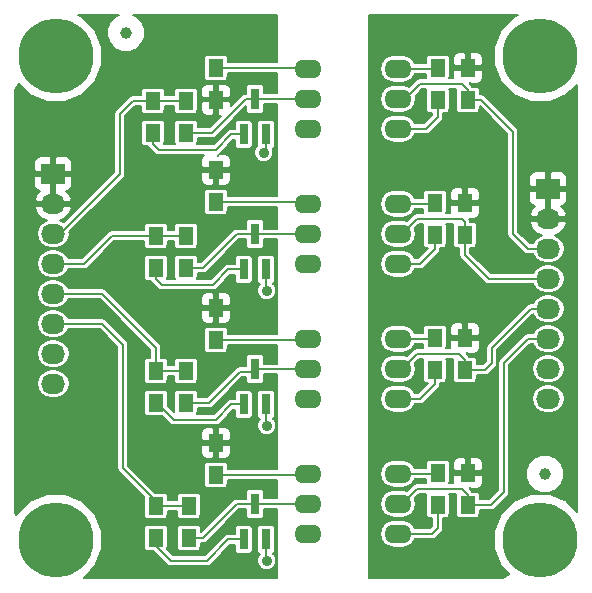
<source format=gtl>
G04 #@! TF.FileFunction,Copper,L1,Top,Signal*
%FSLAX46Y46*%
G04 Gerber Fmt 4.6, Leading zero omitted, Abs format (unit mm)*
G04 Created by KiCad (PCBNEW 4.0.5) date 05/20/17 15:19:27*
%MOMM*%
%LPD*%
G01*
G04 APERTURE LIST*
%ADD10C,0.150000*%
%ADD11C,1.000000*%
%ADD12R,1.300000X1.500000*%
%ADD13O,2.300000X1.600000*%
%ADD14R,0.800100X1.800860*%
%ADD15R,2.032000X1.727200*%
%ADD16O,2.032000X1.727200*%
%ADD17C,6.350000*%
%ADD18C,0.889000*%
%ADD19C,0.203200*%
G04 APERTURE END LIST*
D10*
D11*
X45406000Y-39380000D03*
X9906000Y-2032000D03*
D12*
X12192000Y-7794000D03*
X12192000Y-10494000D03*
X17526000Y-7700000D03*
X17526000Y-5000000D03*
X38862000Y-7700000D03*
X38862000Y-5000000D03*
X12446000Y-19224000D03*
X12446000Y-21924000D03*
X17526000Y-13636000D03*
X17526000Y-16336000D03*
X38608000Y-19130000D03*
X38608000Y-16430000D03*
X12446000Y-30654000D03*
X12446000Y-33354000D03*
X17526000Y-25320000D03*
X17526000Y-28020000D03*
X38608000Y-30560000D03*
X38608000Y-27860000D03*
X12446000Y-42084000D03*
X12446000Y-44784000D03*
X17526000Y-36750000D03*
X17526000Y-39450000D03*
X38862000Y-41990000D03*
X38862000Y-39290000D03*
D13*
X25340000Y-5090000D03*
X25340000Y-7630000D03*
X25340000Y-10170000D03*
X32960000Y-10170000D03*
X32960000Y-7630000D03*
X32960000Y-5090000D03*
X25340000Y-16520000D03*
X25340000Y-19060000D03*
X25340000Y-21600000D03*
X32960000Y-21600000D03*
X32960000Y-19060000D03*
X32960000Y-16520000D03*
X25340000Y-27950000D03*
X25340000Y-30490000D03*
X25340000Y-33030000D03*
X32960000Y-33030000D03*
X32960000Y-30490000D03*
X32960000Y-27950000D03*
X25340000Y-39380000D03*
X25340000Y-41920000D03*
X25340000Y-44460000D03*
X32960000Y-44460000D03*
X32960000Y-41920000D03*
X32960000Y-39380000D03*
D14*
X19878000Y-10645140D03*
X21778000Y-10645140D03*
X20828000Y-7642860D03*
X19878000Y-22075140D03*
X21778000Y-22075140D03*
X20828000Y-19072860D03*
X19878000Y-33505140D03*
X21778000Y-33505140D03*
X20828000Y-30502860D03*
X19878000Y-44935140D03*
X21778000Y-44935140D03*
X20828000Y-41932860D03*
D15*
X3750000Y-13980000D03*
D16*
X3750000Y-16520000D03*
X3750000Y-19060000D03*
X3750000Y-21600000D03*
X3750000Y-24140000D03*
X3750000Y-26680000D03*
X3750000Y-29220000D03*
X3750000Y-31760000D03*
D15*
X45660000Y-15250000D03*
D16*
X45660000Y-17790000D03*
X45660000Y-20330000D03*
X45660000Y-22870000D03*
X45660000Y-25410000D03*
X45660000Y-27950000D03*
X45660000Y-30490000D03*
X45660000Y-33030000D03*
D17*
X4000000Y-4000000D03*
X45000000Y-4000000D03*
X4000000Y-45000000D03*
X45000000Y-45000000D03*
D12*
X36322000Y-5000000D03*
X36322000Y-7700000D03*
X36068000Y-16430000D03*
X36068000Y-19130000D03*
X36068000Y-27860000D03*
X36068000Y-30560000D03*
X36322000Y-39290000D03*
X36322000Y-41990000D03*
X14986000Y-7794000D03*
X14986000Y-10494000D03*
X14986000Y-19224000D03*
X14986000Y-21924000D03*
X14986000Y-30654000D03*
X14986000Y-33354000D03*
X15240000Y-42084000D03*
X15240000Y-44784000D03*
D18*
X21844000Y-46736000D03*
X21844000Y-35306000D03*
X21844000Y-23876000D03*
X21590000Y-12192000D03*
D19*
X12192000Y-7794000D02*
X14986000Y-7794000D01*
X10494000Y-7794000D02*
X12192000Y-7794000D01*
X9398000Y-8890000D02*
X10494000Y-7794000D01*
X9398000Y-13970000D02*
X9398000Y-8890000D01*
X4308000Y-19060000D02*
X9398000Y-13970000D01*
X3750000Y-19060000D02*
X4308000Y-19060000D01*
X39136000Y-7710000D02*
X38862000Y-7700000D01*
X38782000Y-7620000D02*
X38862000Y-7700000D01*
X39958000Y-7700000D02*
X42672000Y-10414000D01*
X42672000Y-10414000D02*
X42672000Y-19050000D01*
X42672000Y-19050000D02*
X43952000Y-20330000D01*
X43952000Y-20330000D02*
X45660000Y-20330000D01*
X38862000Y-7700000D02*
X39958000Y-7700000D01*
X38862000Y-6858000D02*
X38862000Y-7700000D01*
X38354000Y-6350000D02*
X38862000Y-6858000D01*
X34798000Y-6350000D02*
X38354000Y-6350000D01*
X33518000Y-7630000D02*
X34798000Y-6350000D01*
X32960000Y-7630000D02*
X33518000Y-7630000D01*
X21778000Y-46670000D02*
X21844000Y-46736000D01*
X21778000Y-44935140D02*
X21778000Y-46670000D01*
X21778000Y-35240000D02*
X21844000Y-35306000D01*
X21778000Y-33505140D02*
X21778000Y-35240000D01*
X21778000Y-23810000D02*
X21844000Y-23876000D01*
X21778000Y-22075140D02*
X21778000Y-23810000D01*
X21778000Y-12004000D02*
X21590000Y-12192000D01*
X21778000Y-10645140D02*
X21778000Y-12004000D01*
X12446000Y-19224000D02*
X14986000Y-19224000D01*
X6340000Y-21600000D02*
X8716000Y-19224000D01*
X8716000Y-19224000D02*
X12446000Y-19224000D01*
X3750000Y-21600000D02*
X6340000Y-21600000D01*
X12446000Y-30654000D02*
X14986000Y-30654000D01*
X12446000Y-28702000D02*
X7884000Y-24140000D01*
X7884000Y-24140000D02*
X3750000Y-24140000D01*
X12446000Y-30654000D02*
X12446000Y-28702000D01*
X12446000Y-42084000D02*
X15240000Y-42084000D01*
X9652000Y-38862000D02*
X9652000Y-28448000D01*
X9652000Y-28448000D02*
X7884000Y-26680000D01*
X7884000Y-26680000D02*
X3750000Y-26680000D01*
X12446000Y-41656000D02*
X9652000Y-38862000D01*
X12446000Y-42084000D02*
X12446000Y-41656000D01*
X38528000Y-19050000D02*
X38608000Y-19130000D01*
X40650000Y-22870000D02*
X38608000Y-20828000D01*
X38608000Y-20828000D02*
X38608000Y-19130000D01*
X45660000Y-22870000D02*
X40650000Y-22870000D01*
X38608000Y-18034000D02*
X38608000Y-19130000D01*
X38354000Y-17780000D02*
X38608000Y-18034000D01*
X34544000Y-17780000D02*
X38354000Y-17780000D01*
X33264000Y-19060000D02*
X34544000Y-17780000D01*
X32960000Y-19060000D02*
X33264000Y-19060000D01*
X38528000Y-30226000D02*
X38608000Y-30306000D01*
X44186000Y-25410000D02*
X40894000Y-28702000D01*
X40894000Y-28702000D02*
X40894000Y-29972000D01*
X40894000Y-29972000D02*
X40306000Y-30560000D01*
X40306000Y-30560000D02*
X38608000Y-30560000D01*
X45660000Y-25410000D02*
X44186000Y-25410000D01*
X38608000Y-29718000D02*
X38608000Y-30560000D01*
X38100000Y-29210000D02*
X38608000Y-29718000D01*
X34544000Y-29210000D02*
X38100000Y-29210000D01*
X33264000Y-30490000D02*
X34544000Y-29210000D01*
X32960000Y-30490000D02*
X33264000Y-30490000D01*
X38782000Y-41910000D02*
X38862000Y-41990000D01*
X43932000Y-27950000D02*
X45660000Y-27950000D01*
X41910000Y-29972000D02*
X43932000Y-27950000D01*
X41910000Y-40894000D02*
X41910000Y-29972000D01*
X40804000Y-42000000D02*
X41910000Y-40894000D01*
X38862000Y-41990000D02*
X40804000Y-42000000D01*
X38862000Y-41148000D02*
X38862000Y-41990000D01*
X38354000Y-40640000D02*
X38862000Y-41148000D01*
X34544000Y-40640000D02*
X38354000Y-40640000D01*
X33264000Y-41920000D02*
X34544000Y-40640000D01*
X32960000Y-41920000D02*
X33264000Y-41920000D01*
X36252000Y-41920000D02*
X36322000Y-41990000D01*
X35998000Y-30490000D02*
X36068000Y-30560000D01*
X35998000Y-19060000D02*
X36068000Y-19130000D01*
X36252000Y-7630000D02*
X36322000Y-7700000D01*
X35296000Y-10170000D02*
X36322000Y-9144000D01*
X36322000Y-9144000D02*
X36322000Y-7700000D01*
X32960000Y-10170000D02*
X35296000Y-10170000D01*
X34788000Y-21600000D02*
X36068000Y-20320000D01*
X36068000Y-20320000D02*
X36068000Y-19130000D01*
X32960000Y-21600000D02*
X34788000Y-21600000D01*
X34788000Y-33030000D02*
X36068000Y-31750000D01*
X36068000Y-31750000D02*
X36068000Y-30560000D01*
X32960000Y-33030000D02*
X34788000Y-33030000D01*
X35804000Y-44460000D02*
X36322000Y-43942000D01*
X36322000Y-43942000D02*
X36322000Y-41990000D01*
X32960000Y-44460000D02*
X35804000Y-44460000D01*
X12192000Y-11430000D02*
X12700000Y-11938000D01*
X12700000Y-11938000D02*
X17526000Y-11938000D01*
X17526000Y-11938000D02*
X18818860Y-10645140D01*
X18818860Y-10645140D02*
X19878000Y-10645140D01*
X12192000Y-10494000D02*
X12192000Y-11430000D01*
X17192000Y-10494000D02*
X20043140Y-7642860D01*
X20043140Y-7642860D02*
X20828000Y-7642860D01*
X14986000Y-10494000D02*
X17192000Y-10494000D01*
X20840860Y-7630000D02*
X20828000Y-7642860D01*
X25340000Y-7630000D02*
X20840860Y-7630000D01*
X12446000Y-22860000D02*
X12954000Y-23368000D01*
X12954000Y-23368000D02*
X17272000Y-23368000D01*
X17272000Y-23368000D02*
X18564860Y-22075140D01*
X18564860Y-22075140D02*
X19878000Y-22075140D01*
X12446000Y-21924000D02*
X12446000Y-22860000D01*
X16430000Y-21924000D02*
X19281140Y-19072860D01*
X19281140Y-19072860D02*
X20828000Y-19072860D01*
X14986000Y-21924000D02*
X16430000Y-21924000D01*
X25327140Y-19072860D02*
X25340000Y-19060000D01*
X20828000Y-19072860D02*
X25327140Y-19072860D01*
X18818860Y-33505140D02*
X19878000Y-33505140D01*
X17526000Y-34798000D02*
X18818860Y-33505140D01*
X13970000Y-34798000D02*
X17526000Y-34798000D01*
X12526000Y-33354000D02*
X13970000Y-34798000D01*
X12446000Y-33354000D02*
X12526000Y-33354000D01*
X20596860Y-30734000D02*
X20828000Y-30502860D01*
X16938000Y-33354000D02*
X19558000Y-30734000D01*
X19558000Y-30734000D02*
X20596860Y-30734000D01*
X14986000Y-33354000D02*
X16938000Y-33354000D01*
X25327140Y-30502860D02*
X25340000Y-30490000D01*
X20828000Y-30502860D02*
X25327140Y-30502860D01*
X12446000Y-45466000D02*
X13716000Y-46736000D01*
X12446000Y-44784000D02*
X12446000Y-45466000D01*
X16764000Y-46736000D02*
X18564860Y-44935140D01*
X18564860Y-44935140D02*
X19878000Y-44935140D01*
X13716000Y-46736000D02*
X16764000Y-46736000D01*
X16430000Y-44784000D02*
X19281140Y-41932860D01*
X19281140Y-41932860D02*
X20828000Y-41932860D01*
X15240000Y-44784000D02*
X16430000Y-44784000D01*
X20840860Y-41920000D02*
X20828000Y-41932860D01*
X25340000Y-41920000D02*
X20840860Y-41920000D01*
X25270000Y-28020000D02*
X25340000Y-27950000D01*
X17526000Y-28020000D02*
X25270000Y-28020000D01*
X36232000Y-5090000D02*
X36322000Y-5000000D01*
X32960000Y-5090000D02*
X36232000Y-5090000D01*
X35978000Y-16520000D02*
X36068000Y-16430000D01*
X32960000Y-16520000D02*
X35978000Y-16520000D01*
X35978000Y-27950000D02*
X36068000Y-27860000D01*
X32960000Y-27950000D02*
X35978000Y-27950000D01*
X36232000Y-39380000D02*
X36322000Y-39290000D01*
X32960000Y-39380000D02*
X36232000Y-39380000D01*
X25250000Y-5000000D02*
X25340000Y-5090000D01*
X17526000Y-5000000D02*
X25250000Y-5000000D01*
X25156000Y-16336000D02*
X25340000Y-16520000D01*
X17526000Y-16336000D02*
X25156000Y-16336000D01*
X25270000Y-39450000D02*
X25340000Y-39380000D01*
X17526000Y-39450000D02*
X25270000Y-39450000D01*
G36*
X22698400Y-48168400D02*
X22644239Y-48168400D01*
X22644239Y-46577548D01*
X22522687Y-46283372D01*
X22372645Y-46133068D01*
X22432809Y-46093547D01*
X22512581Y-45975369D01*
X22540617Y-45835570D01*
X22540617Y-44034710D01*
X22514309Y-43899121D01*
X22436027Y-43779951D01*
X22317849Y-43700179D01*
X22178050Y-43672143D01*
X21377950Y-43672143D01*
X21242361Y-43698451D01*
X21123191Y-43776733D01*
X21043419Y-43894911D01*
X21015383Y-44034710D01*
X21015383Y-45835570D01*
X21041691Y-45971159D01*
X21119973Y-46090329D01*
X21238151Y-46170101D01*
X21271655Y-46176820D01*
X21166104Y-46282188D01*
X21044039Y-46576152D01*
X21043761Y-46894452D01*
X21165313Y-47188628D01*
X21390188Y-47413896D01*
X21684152Y-47535961D01*
X22002452Y-47536239D01*
X22296628Y-47414687D01*
X22521896Y-47189812D01*
X22643961Y-46895848D01*
X22644239Y-46577548D01*
X22644239Y-48168400D01*
X20640617Y-48168400D01*
X20640617Y-45835570D01*
X20640617Y-44034710D01*
X20614309Y-43899121D01*
X20536027Y-43779951D01*
X20417849Y-43700179D01*
X20278050Y-43672143D01*
X19477950Y-43672143D01*
X19342361Y-43698451D01*
X19223191Y-43776733D01*
X19143419Y-43894911D01*
X19115383Y-44034710D01*
X19115383Y-44477940D01*
X18564860Y-44477940D01*
X18389897Y-44512742D01*
X18241571Y-44611851D01*
X16574622Y-46278800D01*
X13905378Y-46278800D01*
X13378080Y-45751502D01*
X13430531Y-45673799D01*
X13458567Y-45534000D01*
X13458567Y-44034000D01*
X13432259Y-43898411D01*
X13353977Y-43779241D01*
X13235799Y-43699469D01*
X13096000Y-43671433D01*
X11796000Y-43671433D01*
X11660411Y-43697741D01*
X11541241Y-43776023D01*
X11461469Y-43894201D01*
X11433433Y-44034000D01*
X11433433Y-45534000D01*
X11459741Y-45669589D01*
X11538023Y-45788759D01*
X11656201Y-45868531D01*
X11796000Y-45896567D01*
X12229989Y-45896567D01*
X13392711Y-47059289D01*
X13541037Y-47158398D01*
X13716000Y-47193200D01*
X16764000Y-47193200D01*
X16938963Y-47158398D01*
X17087289Y-47059289D01*
X18754238Y-45392340D01*
X19115383Y-45392340D01*
X19115383Y-45835570D01*
X19141691Y-45971159D01*
X19219973Y-46090329D01*
X19338151Y-46170101D01*
X19477950Y-46198137D01*
X20278050Y-46198137D01*
X20413639Y-46171829D01*
X20532809Y-46093547D01*
X20612581Y-45975369D01*
X20640617Y-45835570D01*
X20640617Y-48168400D01*
X6362737Y-48168400D01*
X7314160Y-47218637D01*
X7910920Y-45781479D01*
X7912278Y-44225348D01*
X7318027Y-42787151D01*
X6218637Y-41685840D01*
X5148471Y-41241468D01*
X5148471Y-31760000D01*
X5148471Y-29220000D01*
X5055665Y-28753432D01*
X4791376Y-28357895D01*
X4395839Y-28093606D01*
X3929271Y-28000800D01*
X3570729Y-28000800D01*
X3104161Y-28093606D01*
X2708624Y-28357895D01*
X2444335Y-28753432D01*
X2351529Y-29220000D01*
X2444335Y-29686568D01*
X2708624Y-30082105D01*
X3104161Y-30346394D01*
X3570729Y-30439200D01*
X3929271Y-30439200D01*
X4395839Y-30346394D01*
X4791376Y-30082105D01*
X5055665Y-29686568D01*
X5148471Y-29220000D01*
X5148471Y-31760000D01*
X5055665Y-31293432D01*
X4791376Y-30897895D01*
X4395839Y-30633606D01*
X3929271Y-30540800D01*
X3570729Y-30540800D01*
X3104161Y-30633606D01*
X2708624Y-30897895D01*
X2444335Y-31293432D01*
X2351529Y-31760000D01*
X2444335Y-32226568D01*
X2708624Y-32622105D01*
X3104161Y-32886394D01*
X3570729Y-32979200D01*
X3929271Y-32979200D01*
X4395839Y-32886394D01*
X4791376Y-32622105D01*
X5055665Y-32226568D01*
X5148471Y-31760000D01*
X5148471Y-41241468D01*
X4781479Y-41089080D01*
X3225348Y-41087722D01*
X1787151Y-41681973D01*
X685840Y-42781363D01*
X640629Y-42890241D01*
X546100Y-42732691D01*
X546100Y-6904012D01*
X876778Y-6407994D01*
X1781363Y-7314160D01*
X3218521Y-7910920D01*
X4774652Y-7912278D01*
X6212849Y-7318027D01*
X7314160Y-6218637D01*
X7910920Y-4781479D01*
X7912278Y-3225348D01*
X7318027Y-1787151D01*
X6218637Y-685840D01*
X5882105Y-546100D01*
X9308133Y-546100D01*
X8999952Y-673438D01*
X8549021Y-1123582D01*
X8304679Y-1712024D01*
X8304123Y-2349180D01*
X8547438Y-2938048D01*
X8997582Y-3388979D01*
X9586024Y-3633321D01*
X10223180Y-3633877D01*
X10812048Y-3390562D01*
X11262979Y-2940418D01*
X11507321Y-2351976D01*
X11507877Y-1714820D01*
X11264562Y-1125952D01*
X10814418Y-675021D01*
X10503941Y-546100D01*
X22698400Y-546100D01*
X22698400Y-4542800D01*
X18538567Y-4542800D01*
X18538567Y-4250000D01*
X18512259Y-4114411D01*
X18433977Y-3995241D01*
X18315799Y-3915469D01*
X18176000Y-3887433D01*
X16876000Y-3887433D01*
X16740411Y-3913741D01*
X16621241Y-3992023D01*
X16541469Y-4110201D01*
X16513433Y-4250000D01*
X16513433Y-5750000D01*
X16539741Y-5885589D01*
X16618023Y-6004759D01*
X16736201Y-6084531D01*
X16876000Y-6112567D01*
X18176000Y-6112567D01*
X18311589Y-6086259D01*
X18430759Y-6007977D01*
X18510531Y-5889799D01*
X18538567Y-5750000D01*
X18538567Y-5457200D01*
X22698400Y-5457200D01*
X22698400Y-7172800D01*
X21590617Y-7172800D01*
X21590617Y-6742430D01*
X21564309Y-6606841D01*
X21486027Y-6487671D01*
X21367849Y-6407899D01*
X21228050Y-6379863D01*
X20427950Y-6379863D01*
X20292361Y-6406171D01*
X20173191Y-6484453D01*
X20093419Y-6602631D01*
X20065383Y-6742430D01*
X20065383Y-7185660D01*
X20043140Y-7185660D01*
X19868177Y-7220462D01*
X19719851Y-7319571D01*
X18785600Y-8253822D01*
X18785600Y-8004800D01*
X18785600Y-7395200D01*
X18785600Y-6828743D01*
X18692794Y-6604689D01*
X18521311Y-6433206D01*
X18297257Y-6340400D01*
X18054743Y-6340400D01*
X17830800Y-6340400D01*
X17678400Y-6492800D01*
X17678400Y-7547600D01*
X18633200Y-7547600D01*
X18785600Y-7395200D01*
X18785600Y-8004800D01*
X18633200Y-7852400D01*
X17678400Y-7852400D01*
X17678400Y-8907200D01*
X17830800Y-9059600D01*
X17979822Y-9059600D01*
X17373600Y-9665822D01*
X17373600Y-8907200D01*
X17373600Y-7852400D01*
X17373600Y-7547600D01*
X17373600Y-6492800D01*
X17221200Y-6340400D01*
X16997257Y-6340400D01*
X16754743Y-6340400D01*
X16530689Y-6433206D01*
X16359206Y-6604689D01*
X16266400Y-6828743D01*
X16266400Y-7395200D01*
X16418800Y-7547600D01*
X17373600Y-7547600D01*
X17373600Y-7852400D01*
X16418800Y-7852400D01*
X16266400Y-8004800D01*
X16266400Y-8571257D01*
X16359206Y-8795311D01*
X16530689Y-8966794D01*
X16754743Y-9059600D01*
X16997257Y-9059600D01*
X17221200Y-9059600D01*
X17373600Y-8907200D01*
X17373600Y-9665822D01*
X17002622Y-10036800D01*
X15998567Y-10036800D01*
X15998567Y-9744000D01*
X15998567Y-8544000D01*
X15998567Y-7044000D01*
X15972259Y-6908411D01*
X15893977Y-6789241D01*
X15775799Y-6709469D01*
X15636000Y-6681433D01*
X14336000Y-6681433D01*
X14200411Y-6707741D01*
X14081241Y-6786023D01*
X14001469Y-6904201D01*
X13973433Y-7044000D01*
X13973433Y-7336800D01*
X13204567Y-7336800D01*
X13204567Y-7044000D01*
X13178259Y-6908411D01*
X13099977Y-6789241D01*
X12981799Y-6709469D01*
X12842000Y-6681433D01*
X11542000Y-6681433D01*
X11406411Y-6707741D01*
X11287241Y-6786023D01*
X11207469Y-6904201D01*
X11179433Y-7044000D01*
X11179433Y-7336800D01*
X10494000Y-7336800D01*
X10319037Y-7371602D01*
X10170711Y-7470711D01*
X9074711Y-8566711D01*
X8975602Y-8715037D01*
X8940800Y-8890000D01*
X8940800Y-13780622D01*
X5375600Y-17345821D01*
X5375600Y-14964857D01*
X5375600Y-14722343D01*
X5375600Y-14284800D01*
X5375600Y-13675200D01*
X5375600Y-13237657D01*
X5375600Y-12995143D01*
X5282794Y-12771089D01*
X5111311Y-12599606D01*
X4887257Y-12506800D01*
X4054800Y-12506800D01*
X3902400Y-12659200D01*
X3902400Y-13827600D01*
X5223200Y-13827600D01*
X5375600Y-13675200D01*
X5375600Y-14284800D01*
X5223200Y-14132400D01*
X3902400Y-14132400D01*
X3902400Y-15199200D01*
X3902400Y-15300800D01*
X3902400Y-16367600D01*
X5214378Y-16367600D01*
X5325815Y-16140254D01*
X5094243Y-15654075D01*
X4876937Y-15453200D01*
X4887257Y-15453200D01*
X5111311Y-15360394D01*
X5282794Y-15188911D01*
X5375600Y-14964857D01*
X5375600Y-17345821D01*
X4630812Y-18090609D01*
X4395839Y-17933606D01*
X4297988Y-17914142D01*
X4672144Y-17776109D01*
X5094243Y-17385925D01*
X5325815Y-16899746D01*
X5214378Y-16672400D01*
X3902400Y-16672400D01*
X3902400Y-16692400D01*
X3597600Y-16692400D01*
X3597600Y-16672400D01*
X3597600Y-16367600D01*
X3597600Y-15300800D01*
X3597600Y-15199200D01*
X3597600Y-14132400D01*
X3597600Y-13827600D01*
X3597600Y-12659200D01*
X3445200Y-12506800D01*
X2612743Y-12506800D01*
X2388689Y-12599606D01*
X2217206Y-12771089D01*
X2124400Y-12995143D01*
X2124400Y-13237657D01*
X2124400Y-13675200D01*
X2276800Y-13827600D01*
X3597600Y-13827600D01*
X3597600Y-14132400D01*
X2276800Y-14132400D01*
X2124400Y-14284800D01*
X2124400Y-14722343D01*
X2124400Y-14964857D01*
X2217206Y-15188911D01*
X2388689Y-15360394D01*
X2612743Y-15453200D01*
X2623062Y-15453200D01*
X2405757Y-15654075D01*
X2174185Y-16140254D01*
X2285622Y-16367600D01*
X3597600Y-16367600D01*
X3597600Y-16672400D01*
X2285622Y-16672400D01*
X2174185Y-16899746D01*
X2405757Y-17385925D01*
X2827856Y-17776109D01*
X3202011Y-17914142D01*
X3104161Y-17933606D01*
X2708624Y-18197895D01*
X2444335Y-18593432D01*
X2351529Y-19060000D01*
X2444335Y-19526568D01*
X2708624Y-19922105D01*
X3104161Y-20186394D01*
X3570729Y-20279200D01*
X3929271Y-20279200D01*
X4395839Y-20186394D01*
X4791376Y-19922105D01*
X5055665Y-19526568D01*
X5148471Y-19060000D01*
X5116302Y-18898275D01*
X9721289Y-14293289D01*
X9820398Y-14144963D01*
X9855200Y-13970000D01*
X9855200Y-9079378D01*
X10683378Y-8251200D01*
X11179433Y-8251200D01*
X11179433Y-8544000D01*
X11205741Y-8679589D01*
X11284023Y-8798759D01*
X11402201Y-8878531D01*
X11542000Y-8906567D01*
X12842000Y-8906567D01*
X12977589Y-8880259D01*
X13096759Y-8801977D01*
X13176531Y-8683799D01*
X13204567Y-8544000D01*
X13204567Y-8251200D01*
X13973433Y-8251200D01*
X13973433Y-8544000D01*
X13999741Y-8679589D01*
X14078023Y-8798759D01*
X14196201Y-8878531D01*
X14336000Y-8906567D01*
X15636000Y-8906567D01*
X15771589Y-8880259D01*
X15890759Y-8801977D01*
X15970531Y-8683799D01*
X15998567Y-8544000D01*
X15998567Y-9744000D01*
X15972259Y-9608411D01*
X15893977Y-9489241D01*
X15775799Y-9409469D01*
X15636000Y-9381433D01*
X14336000Y-9381433D01*
X14200411Y-9407741D01*
X14081241Y-9486023D01*
X14001469Y-9604201D01*
X13973433Y-9744000D01*
X13973433Y-11244000D01*
X13999741Y-11379589D01*
X14066225Y-11480800D01*
X13111053Y-11480800D01*
X13176531Y-11383799D01*
X13204567Y-11244000D01*
X13204567Y-9744000D01*
X13178259Y-9608411D01*
X13099977Y-9489241D01*
X12981799Y-9409469D01*
X12842000Y-9381433D01*
X11542000Y-9381433D01*
X11406411Y-9407741D01*
X11287241Y-9486023D01*
X11207469Y-9604201D01*
X11179433Y-9744000D01*
X11179433Y-11244000D01*
X11205741Y-11379589D01*
X11284023Y-11498759D01*
X11402201Y-11578531D01*
X11542000Y-11606567D01*
X11770673Y-11606567D01*
X11868711Y-11753289D01*
X12376710Y-12261289D01*
X12376711Y-12261289D01*
X12525037Y-12360398D01*
X12700000Y-12395200D01*
X16504695Y-12395200D01*
X16359206Y-12540689D01*
X16266400Y-12764743D01*
X16266400Y-13331200D01*
X16418800Y-13483600D01*
X17373600Y-13483600D01*
X17373600Y-13463600D01*
X17678400Y-13463600D01*
X17678400Y-13483600D01*
X18633200Y-13483600D01*
X18785600Y-13331200D01*
X18785600Y-12764743D01*
X18692794Y-12540689D01*
X18521311Y-12369206D01*
X18297257Y-12276400D01*
X18054743Y-12276400D01*
X17830800Y-12276400D01*
X17678402Y-12428798D01*
X17678402Y-12364885D01*
X17700963Y-12360398D01*
X17849289Y-12261289D01*
X19008238Y-11102340D01*
X19115383Y-11102340D01*
X19115383Y-11545570D01*
X19141691Y-11681159D01*
X19219973Y-11800329D01*
X19338151Y-11880101D01*
X19477950Y-11908137D01*
X20278050Y-11908137D01*
X20413639Y-11881829D01*
X20532809Y-11803547D01*
X20612581Y-11685369D01*
X20640617Y-11545570D01*
X20640617Y-9744710D01*
X20614309Y-9609121D01*
X20536027Y-9489951D01*
X20417849Y-9410179D01*
X20278050Y-9382143D01*
X19477950Y-9382143D01*
X19342361Y-9408451D01*
X19223191Y-9486733D01*
X19143419Y-9604911D01*
X19115383Y-9744710D01*
X19115383Y-10187940D01*
X18818860Y-10187940D01*
X18643897Y-10222742D01*
X18495571Y-10321851D01*
X17336622Y-11480800D01*
X15905053Y-11480800D01*
X15970531Y-11383799D01*
X15998567Y-11244000D01*
X15998567Y-10951200D01*
X17192000Y-10951200D01*
X17366963Y-10916398D01*
X17515289Y-10817289D01*
X20065383Y-8267195D01*
X20065383Y-8543290D01*
X20091691Y-8678879D01*
X20169973Y-8798049D01*
X20288151Y-8877821D01*
X20427950Y-8905857D01*
X21228050Y-8905857D01*
X21363639Y-8879549D01*
X21482809Y-8801267D01*
X21562581Y-8683089D01*
X21590617Y-8543290D01*
X21590617Y-8087200D01*
X22698400Y-8087200D01*
X22698400Y-15878800D01*
X22540617Y-15878800D01*
X22540617Y-11545570D01*
X22540617Y-9744710D01*
X22514309Y-9609121D01*
X22436027Y-9489951D01*
X22317849Y-9410179D01*
X22178050Y-9382143D01*
X21377950Y-9382143D01*
X21242361Y-9408451D01*
X21123191Y-9486733D01*
X21043419Y-9604911D01*
X21015383Y-9744710D01*
X21015383Y-11545570D01*
X21029933Y-11620563D01*
X20912104Y-11738188D01*
X20790039Y-12032152D01*
X20789761Y-12350452D01*
X20911313Y-12644628D01*
X21136188Y-12869896D01*
X21430152Y-12991961D01*
X21748452Y-12992239D01*
X22042628Y-12870687D01*
X22267896Y-12645812D01*
X22389961Y-12351848D01*
X22390239Y-12033548D01*
X22324579Y-11874642D01*
X22432809Y-11803547D01*
X22512581Y-11685369D01*
X22540617Y-11545570D01*
X22540617Y-15878800D01*
X18785600Y-15878800D01*
X18785600Y-14507257D01*
X18785600Y-13940800D01*
X18633200Y-13788400D01*
X17678400Y-13788400D01*
X17678400Y-14843200D01*
X17830800Y-14995600D01*
X18054743Y-14995600D01*
X18297257Y-14995600D01*
X18521311Y-14902794D01*
X18692794Y-14731311D01*
X18785600Y-14507257D01*
X18785600Y-15878800D01*
X18538567Y-15878800D01*
X18538567Y-15586000D01*
X18512259Y-15450411D01*
X18433977Y-15331241D01*
X18315799Y-15251469D01*
X18176000Y-15223433D01*
X17373600Y-15223433D01*
X17373600Y-14843200D01*
X17373600Y-13788400D01*
X16418800Y-13788400D01*
X16266400Y-13940800D01*
X16266400Y-14507257D01*
X16359206Y-14731311D01*
X16530689Y-14902794D01*
X16754743Y-14995600D01*
X16997257Y-14995600D01*
X17221200Y-14995600D01*
X17373600Y-14843200D01*
X17373600Y-15223433D01*
X16876000Y-15223433D01*
X16740411Y-15249741D01*
X16621241Y-15328023D01*
X16541469Y-15446201D01*
X16513433Y-15586000D01*
X16513433Y-17086000D01*
X16539741Y-17221589D01*
X16618023Y-17340759D01*
X16736201Y-17420531D01*
X16876000Y-17448567D01*
X18176000Y-17448567D01*
X18311589Y-17422259D01*
X18430759Y-17343977D01*
X18510531Y-17225799D01*
X18538567Y-17086000D01*
X18538567Y-16793200D01*
X22698400Y-16793200D01*
X22698400Y-18615660D01*
X21590617Y-18615660D01*
X21590617Y-18172430D01*
X21564309Y-18036841D01*
X21486027Y-17917671D01*
X21367849Y-17837899D01*
X21228050Y-17809863D01*
X20427950Y-17809863D01*
X20292361Y-17836171D01*
X20173191Y-17914453D01*
X20093419Y-18032631D01*
X20065383Y-18172430D01*
X20065383Y-18615660D01*
X19281140Y-18615660D01*
X19106177Y-18650462D01*
X18957851Y-18749571D01*
X16240622Y-21466800D01*
X15998567Y-21466800D01*
X15998567Y-21174000D01*
X15998567Y-19974000D01*
X15998567Y-18474000D01*
X15972259Y-18338411D01*
X15893977Y-18219241D01*
X15775799Y-18139469D01*
X15636000Y-18111433D01*
X14336000Y-18111433D01*
X14200411Y-18137741D01*
X14081241Y-18216023D01*
X14001469Y-18334201D01*
X13973433Y-18474000D01*
X13973433Y-18766800D01*
X13458567Y-18766800D01*
X13458567Y-18474000D01*
X13432259Y-18338411D01*
X13353977Y-18219241D01*
X13235799Y-18139469D01*
X13096000Y-18111433D01*
X11796000Y-18111433D01*
X11660411Y-18137741D01*
X11541241Y-18216023D01*
X11461469Y-18334201D01*
X11433433Y-18474000D01*
X11433433Y-18766800D01*
X8716000Y-18766800D01*
X8541037Y-18801602D01*
X8392710Y-18900711D01*
X6150621Y-21142800D01*
X5057528Y-21142800D01*
X5055665Y-21133432D01*
X4791376Y-20737895D01*
X4395839Y-20473606D01*
X3929271Y-20380800D01*
X3570729Y-20380800D01*
X3104161Y-20473606D01*
X2708624Y-20737895D01*
X2444335Y-21133432D01*
X2351529Y-21600000D01*
X2444335Y-22066568D01*
X2708624Y-22462105D01*
X3104161Y-22726394D01*
X3570729Y-22819200D01*
X3929271Y-22819200D01*
X4395839Y-22726394D01*
X4791376Y-22462105D01*
X5055665Y-22066568D01*
X5057528Y-22057200D01*
X6340000Y-22057200D01*
X6514963Y-22022398D01*
X6663289Y-21923289D01*
X8905378Y-19681200D01*
X11433433Y-19681200D01*
X11433433Y-19974000D01*
X11459741Y-20109589D01*
X11538023Y-20228759D01*
X11656201Y-20308531D01*
X11796000Y-20336567D01*
X13096000Y-20336567D01*
X13231589Y-20310259D01*
X13350759Y-20231977D01*
X13430531Y-20113799D01*
X13458567Y-19974000D01*
X13458567Y-19681200D01*
X13973433Y-19681200D01*
X13973433Y-19974000D01*
X13999741Y-20109589D01*
X14078023Y-20228759D01*
X14196201Y-20308531D01*
X14336000Y-20336567D01*
X15636000Y-20336567D01*
X15771589Y-20310259D01*
X15890759Y-20231977D01*
X15970531Y-20113799D01*
X15998567Y-19974000D01*
X15998567Y-21174000D01*
X15972259Y-21038411D01*
X15893977Y-20919241D01*
X15775799Y-20839469D01*
X15636000Y-20811433D01*
X14336000Y-20811433D01*
X14200411Y-20837741D01*
X14081241Y-20916023D01*
X14001469Y-21034201D01*
X13973433Y-21174000D01*
X13973433Y-22674000D01*
X13999741Y-22809589D01*
X14066225Y-22910800D01*
X13365053Y-22910800D01*
X13430531Y-22813799D01*
X13458567Y-22674000D01*
X13458567Y-21174000D01*
X13432259Y-21038411D01*
X13353977Y-20919241D01*
X13235799Y-20839469D01*
X13096000Y-20811433D01*
X11796000Y-20811433D01*
X11660411Y-20837741D01*
X11541241Y-20916023D01*
X11461469Y-21034201D01*
X11433433Y-21174000D01*
X11433433Y-22674000D01*
X11459741Y-22809589D01*
X11538023Y-22928759D01*
X11656201Y-23008531D01*
X11796000Y-23036567D01*
X12024673Y-23036567D01*
X12122711Y-23183289D01*
X12630710Y-23691289D01*
X12630711Y-23691289D01*
X12779037Y-23790398D01*
X12954000Y-23825200D01*
X17272000Y-23825200D01*
X17446963Y-23790398D01*
X17595289Y-23691289D01*
X18754238Y-22532340D01*
X19115383Y-22532340D01*
X19115383Y-22975570D01*
X19141691Y-23111159D01*
X19219973Y-23230329D01*
X19338151Y-23310101D01*
X19477950Y-23338137D01*
X20278050Y-23338137D01*
X20413639Y-23311829D01*
X20532809Y-23233547D01*
X20612581Y-23115369D01*
X20640617Y-22975570D01*
X20640617Y-21174710D01*
X20614309Y-21039121D01*
X20536027Y-20919951D01*
X20417849Y-20840179D01*
X20278050Y-20812143D01*
X19477950Y-20812143D01*
X19342361Y-20838451D01*
X19223191Y-20916733D01*
X19143419Y-21034911D01*
X19115383Y-21174710D01*
X19115383Y-21617940D01*
X18564860Y-21617940D01*
X18389897Y-21652742D01*
X18241571Y-21751851D01*
X17082622Y-22910800D01*
X15905053Y-22910800D01*
X15970531Y-22813799D01*
X15998567Y-22674000D01*
X15998567Y-22381200D01*
X16430000Y-22381200D01*
X16604963Y-22346398D01*
X16753289Y-22247289D01*
X19470518Y-19530060D01*
X20065383Y-19530060D01*
X20065383Y-19973290D01*
X20091691Y-20108879D01*
X20169973Y-20228049D01*
X20288151Y-20307821D01*
X20427950Y-20335857D01*
X21228050Y-20335857D01*
X21363639Y-20309549D01*
X21482809Y-20231267D01*
X21562581Y-20113089D01*
X21590617Y-19973290D01*
X21590617Y-19530060D01*
X22698400Y-19530060D01*
X22698400Y-27562800D01*
X22644239Y-27562800D01*
X22644239Y-23717548D01*
X22522687Y-23423372D01*
X22372645Y-23273068D01*
X22432809Y-23233547D01*
X22512581Y-23115369D01*
X22540617Y-22975570D01*
X22540617Y-21174710D01*
X22514309Y-21039121D01*
X22436027Y-20919951D01*
X22317849Y-20840179D01*
X22178050Y-20812143D01*
X21377950Y-20812143D01*
X21242361Y-20838451D01*
X21123191Y-20916733D01*
X21043419Y-21034911D01*
X21015383Y-21174710D01*
X21015383Y-22975570D01*
X21041691Y-23111159D01*
X21119973Y-23230329D01*
X21238151Y-23310101D01*
X21271655Y-23316820D01*
X21166104Y-23422188D01*
X21044039Y-23716152D01*
X21043761Y-24034452D01*
X21165313Y-24328628D01*
X21390188Y-24553896D01*
X21684152Y-24675961D01*
X22002452Y-24676239D01*
X22296628Y-24554687D01*
X22521896Y-24329812D01*
X22643961Y-24035848D01*
X22644239Y-23717548D01*
X22644239Y-27562800D01*
X18785600Y-27562800D01*
X18785600Y-26191257D01*
X18785600Y-25624800D01*
X18785600Y-25015200D01*
X18785600Y-24448743D01*
X18692794Y-24224689D01*
X18521311Y-24053206D01*
X18297257Y-23960400D01*
X18054743Y-23960400D01*
X17830800Y-23960400D01*
X17678400Y-24112800D01*
X17678400Y-25167600D01*
X18633200Y-25167600D01*
X18785600Y-25015200D01*
X18785600Y-25624800D01*
X18633200Y-25472400D01*
X17678400Y-25472400D01*
X17678400Y-26527200D01*
X17830800Y-26679600D01*
X18054743Y-26679600D01*
X18297257Y-26679600D01*
X18521311Y-26586794D01*
X18692794Y-26415311D01*
X18785600Y-26191257D01*
X18785600Y-27562800D01*
X18538567Y-27562800D01*
X18538567Y-27270000D01*
X18512259Y-27134411D01*
X18433977Y-27015241D01*
X18315799Y-26935469D01*
X18176000Y-26907433D01*
X17373600Y-26907433D01*
X17373600Y-26527200D01*
X17373600Y-25472400D01*
X17373600Y-25167600D01*
X17373600Y-24112800D01*
X17221200Y-23960400D01*
X16997257Y-23960400D01*
X16754743Y-23960400D01*
X16530689Y-24053206D01*
X16359206Y-24224689D01*
X16266400Y-24448743D01*
X16266400Y-25015200D01*
X16418800Y-25167600D01*
X17373600Y-25167600D01*
X17373600Y-25472400D01*
X16418800Y-25472400D01*
X16266400Y-25624800D01*
X16266400Y-26191257D01*
X16359206Y-26415311D01*
X16530689Y-26586794D01*
X16754743Y-26679600D01*
X16997257Y-26679600D01*
X17221200Y-26679600D01*
X17373600Y-26527200D01*
X17373600Y-26907433D01*
X16876000Y-26907433D01*
X16740411Y-26933741D01*
X16621241Y-27012023D01*
X16541469Y-27130201D01*
X16513433Y-27270000D01*
X16513433Y-28770000D01*
X16539741Y-28905589D01*
X16618023Y-29024759D01*
X16736201Y-29104531D01*
X16876000Y-29132567D01*
X18176000Y-29132567D01*
X18311589Y-29106259D01*
X18430759Y-29027977D01*
X18510531Y-28909799D01*
X18538567Y-28770000D01*
X18538567Y-28477200D01*
X22698400Y-28477200D01*
X22698400Y-30045660D01*
X21590617Y-30045660D01*
X21590617Y-29602430D01*
X21564309Y-29466841D01*
X21486027Y-29347671D01*
X21367849Y-29267899D01*
X21228050Y-29239863D01*
X20427950Y-29239863D01*
X20292361Y-29266171D01*
X20173191Y-29344453D01*
X20093419Y-29462631D01*
X20065383Y-29602430D01*
X20065383Y-30276800D01*
X19558000Y-30276800D01*
X19383037Y-30311602D01*
X19234711Y-30410710D01*
X16748621Y-32896800D01*
X15998567Y-32896800D01*
X15998567Y-32604000D01*
X15998567Y-31404000D01*
X15998567Y-29904000D01*
X15972259Y-29768411D01*
X15893977Y-29649241D01*
X15775799Y-29569469D01*
X15636000Y-29541433D01*
X14336000Y-29541433D01*
X14200411Y-29567741D01*
X14081241Y-29646023D01*
X14001469Y-29764201D01*
X13973433Y-29904000D01*
X13973433Y-30196800D01*
X13458567Y-30196800D01*
X13458567Y-29904000D01*
X13432259Y-29768411D01*
X13353977Y-29649241D01*
X13235799Y-29569469D01*
X13096000Y-29541433D01*
X12903200Y-29541433D01*
X12903200Y-28702000D01*
X12868398Y-28527037D01*
X12769289Y-28378711D01*
X8207289Y-23816711D01*
X8058963Y-23717602D01*
X7884000Y-23682800D01*
X5057528Y-23682800D01*
X5055665Y-23673432D01*
X4791376Y-23277895D01*
X4395839Y-23013606D01*
X3929271Y-22920800D01*
X3570729Y-22920800D01*
X3104161Y-23013606D01*
X2708624Y-23277895D01*
X2444335Y-23673432D01*
X2351529Y-24140000D01*
X2444335Y-24606568D01*
X2708624Y-25002105D01*
X3104161Y-25266394D01*
X3570729Y-25359200D01*
X3929271Y-25359200D01*
X4395839Y-25266394D01*
X4791376Y-25002105D01*
X5055665Y-24606568D01*
X5057528Y-24597200D01*
X7694622Y-24597200D01*
X11988800Y-28891378D01*
X11988800Y-29541433D01*
X11796000Y-29541433D01*
X11660411Y-29567741D01*
X11541241Y-29646023D01*
X11461469Y-29764201D01*
X11433433Y-29904000D01*
X11433433Y-31404000D01*
X11459741Y-31539589D01*
X11538023Y-31658759D01*
X11656201Y-31738531D01*
X11796000Y-31766567D01*
X13096000Y-31766567D01*
X13231589Y-31740259D01*
X13350759Y-31661977D01*
X13430531Y-31543799D01*
X13458567Y-31404000D01*
X13458567Y-31111200D01*
X13973433Y-31111200D01*
X13973433Y-31404000D01*
X13999741Y-31539589D01*
X14078023Y-31658759D01*
X14196201Y-31738531D01*
X14336000Y-31766567D01*
X15636000Y-31766567D01*
X15771589Y-31740259D01*
X15890759Y-31661977D01*
X15970531Y-31543799D01*
X15998567Y-31404000D01*
X15998567Y-32604000D01*
X15972259Y-32468411D01*
X15893977Y-32349241D01*
X15775799Y-32269469D01*
X15636000Y-32241433D01*
X14336000Y-32241433D01*
X14200411Y-32267741D01*
X14081241Y-32346023D01*
X14001469Y-32464201D01*
X13973433Y-32604000D01*
X13973433Y-34104000D01*
X13985675Y-34167097D01*
X13458567Y-33639989D01*
X13458567Y-32604000D01*
X13432259Y-32468411D01*
X13353977Y-32349241D01*
X13235799Y-32269469D01*
X13096000Y-32241433D01*
X11796000Y-32241433D01*
X11660411Y-32267741D01*
X11541241Y-32346023D01*
X11461469Y-32464201D01*
X11433433Y-32604000D01*
X11433433Y-34104000D01*
X11459741Y-34239589D01*
X11538023Y-34358759D01*
X11656201Y-34438531D01*
X11796000Y-34466567D01*
X12991989Y-34466567D01*
X13646711Y-35121289D01*
X13795037Y-35220398D01*
X13970000Y-35255200D01*
X17526000Y-35255200D01*
X17700963Y-35220398D01*
X17849289Y-35121289D01*
X19008238Y-33962340D01*
X19115383Y-33962340D01*
X19115383Y-34405570D01*
X19141691Y-34541159D01*
X19219973Y-34660329D01*
X19338151Y-34740101D01*
X19477950Y-34768137D01*
X20278050Y-34768137D01*
X20413639Y-34741829D01*
X20532809Y-34663547D01*
X20612581Y-34545369D01*
X20640617Y-34405570D01*
X20640617Y-32604710D01*
X20614309Y-32469121D01*
X20536027Y-32349951D01*
X20417849Y-32270179D01*
X20278050Y-32242143D01*
X19477950Y-32242143D01*
X19342361Y-32268451D01*
X19223191Y-32346733D01*
X19143419Y-32464911D01*
X19115383Y-32604710D01*
X19115383Y-33047940D01*
X18818860Y-33047940D01*
X18643897Y-33082742D01*
X18495571Y-33181851D01*
X17336622Y-34340800D01*
X15905053Y-34340800D01*
X15970531Y-34243799D01*
X15998567Y-34104000D01*
X15998567Y-33811200D01*
X16938000Y-33811200D01*
X17112963Y-33776398D01*
X17261289Y-33677289D01*
X19747378Y-31191200D01*
X20065383Y-31191200D01*
X20065383Y-31403290D01*
X20091691Y-31538879D01*
X20169973Y-31658049D01*
X20288151Y-31737821D01*
X20427950Y-31765857D01*
X21228050Y-31765857D01*
X21363639Y-31739549D01*
X21482809Y-31661267D01*
X21562581Y-31543089D01*
X21590617Y-31403290D01*
X21590617Y-30960060D01*
X22698400Y-30960060D01*
X22698400Y-38992800D01*
X22644239Y-38992800D01*
X22644239Y-35147548D01*
X22522687Y-34853372D01*
X22372645Y-34703068D01*
X22432809Y-34663547D01*
X22512581Y-34545369D01*
X22540617Y-34405570D01*
X22540617Y-32604710D01*
X22514309Y-32469121D01*
X22436027Y-32349951D01*
X22317849Y-32270179D01*
X22178050Y-32242143D01*
X21377950Y-32242143D01*
X21242361Y-32268451D01*
X21123191Y-32346733D01*
X21043419Y-32464911D01*
X21015383Y-32604710D01*
X21015383Y-34405570D01*
X21041691Y-34541159D01*
X21119973Y-34660329D01*
X21238151Y-34740101D01*
X21271655Y-34746820D01*
X21166104Y-34852188D01*
X21044039Y-35146152D01*
X21043761Y-35464452D01*
X21165313Y-35758628D01*
X21390188Y-35983896D01*
X21684152Y-36105961D01*
X22002452Y-36106239D01*
X22296628Y-35984687D01*
X22521896Y-35759812D01*
X22643961Y-35465848D01*
X22644239Y-35147548D01*
X22644239Y-38992800D01*
X18785600Y-38992800D01*
X18785600Y-37621257D01*
X18785600Y-37054800D01*
X18785600Y-36445200D01*
X18785600Y-35878743D01*
X18692794Y-35654689D01*
X18521311Y-35483206D01*
X18297257Y-35390400D01*
X18054743Y-35390400D01*
X17830800Y-35390400D01*
X17678400Y-35542800D01*
X17678400Y-36597600D01*
X18633200Y-36597600D01*
X18785600Y-36445200D01*
X18785600Y-37054800D01*
X18633200Y-36902400D01*
X17678400Y-36902400D01*
X17678400Y-37957200D01*
X17830800Y-38109600D01*
X18054743Y-38109600D01*
X18297257Y-38109600D01*
X18521311Y-38016794D01*
X18692794Y-37845311D01*
X18785600Y-37621257D01*
X18785600Y-38992800D01*
X18538567Y-38992800D01*
X18538567Y-38700000D01*
X18512259Y-38564411D01*
X18433977Y-38445241D01*
X18315799Y-38365469D01*
X18176000Y-38337433D01*
X17373600Y-38337433D01*
X17373600Y-37957200D01*
X17373600Y-36902400D01*
X17373600Y-36597600D01*
X17373600Y-35542800D01*
X17221200Y-35390400D01*
X16997257Y-35390400D01*
X16754743Y-35390400D01*
X16530689Y-35483206D01*
X16359206Y-35654689D01*
X16266400Y-35878743D01*
X16266400Y-36445200D01*
X16418800Y-36597600D01*
X17373600Y-36597600D01*
X17373600Y-36902400D01*
X16418800Y-36902400D01*
X16266400Y-37054800D01*
X16266400Y-37621257D01*
X16359206Y-37845311D01*
X16530689Y-38016794D01*
X16754743Y-38109600D01*
X16997257Y-38109600D01*
X17221200Y-38109600D01*
X17373600Y-37957200D01*
X17373600Y-38337433D01*
X16876000Y-38337433D01*
X16740411Y-38363741D01*
X16621241Y-38442023D01*
X16541469Y-38560201D01*
X16513433Y-38700000D01*
X16513433Y-40200000D01*
X16539741Y-40335589D01*
X16618023Y-40454759D01*
X16736201Y-40534531D01*
X16876000Y-40562567D01*
X18176000Y-40562567D01*
X18311589Y-40536259D01*
X18430759Y-40457977D01*
X18510531Y-40339799D01*
X18538567Y-40200000D01*
X18538567Y-39907200D01*
X22698400Y-39907200D01*
X22698400Y-41462800D01*
X21590617Y-41462800D01*
X21590617Y-41032430D01*
X21564309Y-40896841D01*
X21486027Y-40777671D01*
X21367849Y-40697899D01*
X21228050Y-40669863D01*
X20427950Y-40669863D01*
X20292361Y-40696171D01*
X20173191Y-40774453D01*
X20093419Y-40892631D01*
X20065383Y-41032430D01*
X20065383Y-41475660D01*
X19281140Y-41475660D01*
X19106177Y-41510462D01*
X18957851Y-41609571D01*
X16252567Y-44314855D01*
X16252567Y-44034000D01*
X16252567Y-42834000D01*
X16252567Y-41334000D01*
X16226259Y-41198411D01*
X16147977Y-41079241D01*
X16029799Y-40999469D01*
X15890000Y-40971433D01*
X14590000Y-40971433D01*
X14454411Y-40997741D01*
X14335241Y-41076023D01*
X14255469Y-41194201D01*
X14227433Y-41334000D01*
X14227433Y-41626800D01*
X13458567Y-41626800D01*
X13458567Y-41334000D01*
X13432259Y-41198411D01*
X13353977Y-41079241D01*
X13235799Y-40999469D01*
X13096000Y-40971433D01*
X12408011Y-40971433D01*
X10109200Y-38672622D01*
X10109200Y-28448000D01*
X10074398Y-28273037D01*
X9975290Y-28124711D01*
X8207289Y-26356711D01*
X8058963Y-26257602D01*
X7884000Y-26222800D01*
X5057528Y-26222800D01*
X5055665Y-26213432D01*
X4791376Y-25817895D01*
X4395839Y-25553606D01*
X3929271Y-25460800D01*
X3570729Y-25460800D01*
X3104161Y-25553606D01*
X2708624Y-25817895D01*
X2444335Y-26213432D01*
X2351529Y-26680000D01*
X2444335Y-27146568D01*
X2708624Y-27542105D01*
X3104161Y-27806394D01*
X3570729Y-27899200D01*
X3929271Y-27899200D01*
X4395839Y-27806394D01*
X4791376Y-27542105D01*
X5055665Y-27146568D01*
X5057528Y-27137200D01*
X7694621Y-27137200D01*
X9194800Y-28637378D01*
X9194800Y-38862000D01*
X9229602Y-39036963D01*
X9328711Y-39185289D01*
X11440781Y-41297359D01*
X11433433Y-41334000D01*
X11433433Y-42834000D01*
X11459741Y-42969589D01*
X11538023Y-43088759D01*
X11656201Y-43168531D01*
X11796000Y-43196567D01*
X13096000Y-43196567D01*
X13231589Y-43170259D01*
X13350759Y-43091977D01*
X13430531Y-42973799D01*
X13458567Y-42834000D01*
X13458567Y-42541200D01*
X14227433Y-42541200D01*
X14227433Y-42834000D01*
X14253741Y-42969589D01*
X14332023Y-43088759D01*
X14450201Y-43168531D01*
X14590000Y-43196567D01*
X15890000Y-43196567D01*
X16025589Y-43170259D01*
X16144759Y-43091977D01*
X16224531Y-42973799D01*
X16252567Y-42834000D01*
X16252567Y-44034000D01*
X16226259Y-43898411D01*
X16147977Y-43779241D01*
X16029799Y-43699469D01*
X15890000Y-43671433D01*
X14590000Y-43671433D01*
X14454411Y-43697741D01*
X14335241Y-43776023D01*
X14255469Y-43894201D01*
X14227433Y-44034000D01*
X14227433Y-45534000D01*
X14253741Y-45669589D01*
X14332023Y-45788759D01*
X14450201Y-45868531D01*
X14590000Y-45896567D01*
X15890000Y-45896567D01*
X16025589Y-45870259D01*
X16144759Y-45791977D01*
X16224531Y-45673799D01*
X16252567Y-45534000D01*
X16252567Y-45241200D01*
X16430000Y-45241200D01*
X16604963Y-45206398D01*
X16753289Y-45107289D01*
X19470518Y-42390060D01*
X20065383Y-42390060D01*
X20065383Y-42833290D01*
X20091691Y-42968879D01*
X20169973Y-43088049D01*
X20288151Y-43167821D01*
X20427950Y-43195857D01*
X21228050Y-43195857D01*
X21363639Y-43169549D01*
X21482809Y-43091267D01*
X21562581Y-42973089D01*
X21590617Y-42833290D01*
X21590617Y-42377200D01*
X22698400Y-42377200D01*
X22698400Y-48168400D01*
X22698400Y-48168400D01*
G37*
X22698400Y-48168400D02*
X22644239Y-48168400D01*
X22644239Y-46577548D01*
X22522687Y-46283372D01*
X22372645Y-46133068D01*
X22432809Y-46093547D01*
X22512581Y-45975369D01*
X22540617Y-45835570D01*
X22540617Y-44034710D01*
X22514309Y-43899121D01*
X22436027Y-43779951D01*
X22317849Y-43700179D01*
X22178050Y-43672143D01*
X21377950Y-43672143D01*
X21242361Y-43698451D01*
X21123191Y-43776733D01*
X21043419Y-43894911D01*
X21015383Y-44034710D01*
X21015383Y-45835570D01*
X21041691Y-45971159D01*
X21119973Y-46090329D01*
X21238151Y-46170101D01*
X21271655Y-46176820D01*
X21166104Y-46282188D01*
X21044039Y-46576152D01*
X21043761Y-46894452D01*
X21165313Y-47188628D01*
X21390188Y-47413896D01*
X21684152Y-47535961D01*
X22002452Y-47536239D01*
X22296628Y-47414687D01*
X22521896Y-47189812D01*
X22643961Y-46895848D01*
X22644239Y-46577548D01*
X22644239Y-48168400D01*
X20640617Y-48168400D01*
X20640617Y-45835570D01*
X20640617Y-44034710D01*
X20614309Y-43899121D01*
X20536027Y-43779951D01*
X20417849Y-43700179D01*
X20278050Y-43672143D01*
X19477950Y-43672143D01*
X19342361Y-43698451D01*
X19223191Y-43776733D01*
X19143419Y-43894911D01*
X19115383Y-44034710D01*
X19115383Y-44477940D01*
X18564860Y-44477940D01*
X18389897Y-44512742D01*
X18241571Y-44611851D01*
X16574622Y-46278800D01*
X13905378Y-46278800D01*
X13378080Y-45751502D01*
X13430531Y-45673799D01*
X13458567Y-45534000D01*
X13458567Y-44034000D01*
X13432259Y-43898411D01*
X13353977Y-43779241D01*
X13235799Y-43699469D01*
X13096000Y-43671433D01*
X11796000Y-43671433D01*
X11660411Y-43697741D01*
X11541241Y-43776023D01*
X11461469Y-43894201D01*
X11433433Y-44034000D01*
X11433433Y-45534000D01*
X11459741Y-45669589D01*
X11538023Y-45788759D01*
X11656201Y-45868531D01*
X11796000Y-45896567D01*
X12229989Y-45896567D01*
X13392711Y-47059289D01*
X13541037Y-47158398D01*
X13716000Y-47193200D01*
X16764000Y-47193200D01*
X16938963Y-47158398D01*
X17087289Y-47059289D01*
X18754238Y-45392340D01*
X19115383Y-45392340D01*
X19115383Y-45835570D01*
X19141691Y-45971159D01*
X19219973Y-46090329D01*
X19338151Y-46170101D01*
X19477950Y-46198137D01*
X20278050Y-46198137D01*
X20413639Y-46171829D01*
X20532809Y-46093547D01*
X20612581Y-45975369D01*
X20640617Y-45835570D01*
X20640617Y-48168400D01*
X6362737Y-48168400D01*
X7314160Y-47218637D01*
X7910920Y-45781479D01*
X7912278Y-44225348D01*
X7318027Y-42787151D01*
X6218637Y-41685840D01*
X5148471Y-41241468D01*
X5148471Y-31760000D01*
X5148471Y-29220000D01*
X5055665Y-28753432D01*
X4791376Y-28357895D01*
X4395839Y-28093606D01*
X3929271Y-28000800D01*
X3570729Y-28000800D01*
X3104161Y-28093606D01*
X2708624Y-28357895D01*
X2444335Y-28753432D01*
X2351529Y-29220000D01*
X2444335Y-29686568D01*
X2708624Y-30082105D01*
X3104161Y-30346394D01*
X3570729Y-30439200D01*
X3929271Y-30439200D01*
X4395839Y-30346394D01*
X4791376Y-30082105D01*
X5055665Y-29686568D01*
X5148471Y-29220000D01*
X5148471Y-31760000D01*
X5055665Y-31293432D01*
X4791376Y-30897895D01*
X4395839Y-30633606D01*
X3929271Y-30540800D01*
X3570729Y-30540800D01*
X3104161Y-30633606D01*
X2708624Y-30897895D01*
X2444335Y-31293432D01*
X2351529Y-31760000D01*
X2444335Y-32226568D01*
X2708624Y-32622105D01*
X3104161Y-32886394D01*
X3570729Y-32979200D01*
X3929271Y-32979200D01*
X4395839Y-32886394D01*
X4791376Y-32622105D01*
X5055665Y-32226568D01*
X5148471Y-31760000D01*
X5148471Y-41241468D01*
X4781479Y-41089080D01*
X3225348Y-41087722D01*
X1787151Y-41681973D01*
X685840Y-42781363D01*
X640629Y-42890241D01*
X546100Y-42732691D01*
X546100Y-6904012D01*
X876778Y-6407994D01*
X1781363Y-7314160D01*
X3218521Y-7910920D01*
X4774652Y-7912278D01*
X6212849Y-7318027D01*
X7314160Y-6218637D01*
X7910920Y-4781479D01*
X7912278Y-3225348D01*
X7318027Y-1787151D01*
X6218637Y-685840D01*
X5882105Y-546100D01*
X9308133Y-546100D01*
X8999952Y-673438D01*
X8549021Y-1123582D01*
X8304679Y-1712024D01*
X8304123Y-2349180D01*
X8547438Y-2938048D01*
X8997582Y-3388979D01*
X9586024Y-3633321D01*
X10223180Y-3633877D01*
X10812048Y-3390562D01*
X11262979Y-2940418D01*
X11507321Y-2351976D01*
X11507877Y-1714820D01*
X11264562Y-1125952D01*
X10814418Y-675021D01*
X10503941Y-546100D01*
X22698400Y-546100D01*
X22698400Y-4542800D01*
X18538567Y-4542800D01*
X18538567Y-4250000D01*
X18512259Y-4114411D01*
X18433977Y-3995241D01*
X18315799Y-3915469D01*
X18176000Y-3887433D01*
X16876000Y-3887433D01*
X16740411Y-3913741D01*
X16621241Y-3992023D01*
X16541469Y-4110201D01*
X16513433Y-4250000D01*
X16513433Y-5750000D01*
X16539741Y-5885589D01*
X16618023Y-6004759D01*
X16736201Y-6084531D01*
X16876000Y-6112567D01*
X18176000Y-6112567D01*
X18311589Y-6086259D01*
X18430759Y-6007977D01*
X18510531Y-5889799D01*
X18538567Y-5750000D01*
X18538567Y-5457200D01*
X22698400Y-5457200D01*
X22698400Y-7172800D01*
X21590617Y-7172800D01*
X21590617Y-6742430D01*
X21564309Y-6606841D01*
X21486027Y-6487671D01*
X21367849Y-6407899D01*
X21228050Y-6379863D01*
X20427950Y-6379863D01*
X20292361Y-6406171D01*
X20173191Y-6484453D01*
X20093419Y-6602631D01*
X20065383Y-6742430D01*
X20065383Y-7185660D01*
X20043140Y-7185660D01*
X19868177Y-7220462D01*
X19719851Y-7319571D01*
X18785600Y-8253822D01*
X18785600Y-8004800D01*
X18785600Y-7395200D01*
X18785600Y-6828743D01*
X18692794Y-6604689D01*
X18521311Y-6433206D01*
X18297257Y-6340400D01*
X18054743Y-6340400D01*
X17830800Y-6340400D01*
X17678400Y-6492800D01*
X17678400Y-7547600D01*
X18633200Y-7547600D01*
X18785600Y-7395200D01*
X18785600Y-8004800D01*
X18633200Y-7852400D01*
X17678400Y-7852400D01*
X17678400Y-8907200D01*
X17830800Y-9059600D01*
X17979822Y-9059600D01*
X17373600Y-9665822D01*
X17373600Y-8907200D01*
X17373600Y-7852400D01*
X17373600Y-7547600D01*
X17373600Y-6492800D01*
X17221200Y-6340400D01*
X16997257Y-6340400D01*
X16754743Y-6340400D01*
X16530689Y-6433206D01*
X16359206Y-6604689D01*
X16266400Y-6828743D01*
X16266400Y-7395200D01*
X16418800Y-7547600D01*
X17373600Y-7547600D01*
X17373600Y-7852400D01*
X16418800Y-7852400D01*
X16266400Y-8004800D01*
X16266400Y-8571257D01*
X16359206Y-8795311D01*
X16530689Y-8966794D01*
X16754743Y-9059600D01*
X16997257Y-9059600D01*
X17221200Y-9059600D01*
X17373600Y-8907200D01*
X17373600Y-9665822D01*
X17002622Y-10036800D01*
X15998567Y-10036800D01*
X15998567Y-9744000D01*
X15998567Y-8544000D01*
X15998567Y-7044000D01*
X15972259Y-6908411D01*
X15893977Y-6789241D01*
X15775799Y-6709469D01*
X15636000Y-6681433D01*
X14336000Y-6681433D01*
X14200411Y-6707741D01*
X14081241Y-6786023D01*
X14001469Y-6904201D01*
X13973433Y-7044000D01*
X13973433Y-7336800D01*
X13204567Y-7336800D01*
X13204567Y-7044000D01*
X13178259Y-6908411D01*
X13099977Y-6789241D01*
X12981799Y-6709469D01*
X12842000Y-6681433D01*
X11542000Y-6681433D01*
X11406411Y-6707741D01*
X11287241Y-6786023D01*
X11207469Y-6904201D01*
X11179433Y-7044000D01*
X11179433Y-7336800D01*
X10494000Y-7336800D01*
X10319037Y-7371602D01*
X10170711Y-7470711D01*
X9074711Y-8566711D01*
X8975602Y-8715037D01*
X8940800Y-8890000D01*
X8940800Y-13780622D01*
X5375600Y-17345821D01*
X5375600Y-14964857D01*
X5375600Y-14722343D01*
X5375600Y-14284800D01*
X5375600Y-13675200D01*
X5375600Y-13237657D01*
X5375600Y-12995143D01*
X5282794Y-12771089D01*
X5111311Y-12599606D01*
X4887257Y-12506800D01*
X4054800Y-12506800D01*
X3902400Y-12659200D01*
X3902400Y-13827600D01*
X5223200Y-13827600D01*
X5375600Y-13675200D01*
X5375600Y-14284800D01*
X5223200Y-14132400D01*
X3902400Y-14132400D01*
X3902400Y-15199200D01*
X3902400Y-15300800D01*
X3902400Y-16367600D01*
X5214378Y-16367600D01*
X5325815Y-16140254D01*
X5094243Y-15654075D01*
X4876937Y-15453200D01*
X4887257Y-15453200D01*
X5111311Y-15360394D01*
X5282794Y-15188911D01*
X5375600Y-14964857D01*
X5375600Y-17345821D01*
X4630812Y-18090609D01*
X4395839Y-17933606D01*
X4297988Y-17914142D01*
X4672144Y-17776109D01*
X5094243Y-17385925D01*
X5325815Y-16899746D01*
X5214378Y-16672400D01*
X3902400Y-16672400D01*
X3902400Y-16692400D01*
X3597600Y-16692400D01*
X3597600Y-16672400D01*
X3597600Y-16367600D01*
X3597600Y-15300800D01*
X3597600Y-15199200D01*
X3597600Y-14132400D01*
X3597600Y-13827600D01*
X3597600Y-12659200D01*
X3445200Y-12506800D01*
X2612743Y-12506800D01*
X2388689Y-12599606D01*
X2217206Y-12771089D01*
X2124400Y-12995143D01*
X2124400Y-13237657D01*
X2124400Y-13675200D01*
X2276800Y-13827600D01*
X3597600Y-13827600D01*
X3597600Y-14132400D01*
X2276800Y-14132400D01*
X2124400Y-14284800D01*
X2124400Y-14722343D01*
X2124400Y-14964857D01*
X2217206Y-15188911D01*
X2388689Y-15360394D01*
X2612743Y-15453200D01*
X2623062Y-15453200D01*
X2405757Y-15654075D01*
X2174185Y-16140254D01*
X2285622Y-16367600D01*
X3597600Y-16367600D01*
X3597600Y-16672400D01*
X2285622Y-16672400D01*
X2174185Y-16899746D01*
X2405757Y-17385925D01*
X2827856Y-17776109D01*
X3202011Y-17914142D01*
X3104161Y-17933606D01*
X2708624Y-18197895D01*
X2444335Y-18593432D01*
X2351529Y-19060000D01*
X2444335Y-19526568D01*
X2708624Y-19922105D01*
X3104161Y-20186394D01*
X3570729Y-20279200D01*
X3929271Y-20279200D01*
X4395839Y-20186394D01*
X4791376Y-19922105D01*
X5055665Y-19526568D01*
X5148471Y-19060000D01*
X5116302Y-18898275D01*
X9721289Y-14293289D01*
X9820398Y-14144963D01*
X9855200Y-13970000D01*
X9855200Y-9079378D01*
X10683378Y-8251200D01*
X11179433Y-8251200D01*
X11179433Y-8544000D01*
X11205741Y-8679589D01*
X11284023Y-8798759D01*
X11402201Y-8878531D01*
X11542000Y-8906567D01*
X12842000Y-8906567D01*
X12977589Y-8880259D01*
X13096759Y-8801977D01*
X13176531Y-8683799D01*
X13204567Y-8544000D01*
X13204567Y-8251200D01*
X13973433Y-8251200D01*
X13973433Y-8544000D01*
X13999741Y-8679589D01*
X14078023Y-8798759D01*
X14196201Y-8878531D01*
X14336000Y-8906567D01*
X15636000Y-8906567D01*
X15771589Y-8880259D01*
X15890759Y-8801977D01*
X15970531Y-8683799D01*
X15998567Y-8544000D01*
X15998567Y-9744000D01*
X15972259Y-9608411D01*
X15893977Y-9489241D01*
X15775799Y-9409469D01*
X15636000Y-9381433D01*
X14336000Y-9381433D01*
X14200411Y-9407741D01*
X14081241Y-9486023D01*
X14001469Y-9604201D01*
X13973433Y-9744000D01*
X13973433Y-11244000D01*
X13999741Y-11379589D01*
X14066225Y-11480800D01*
X13111053Y-11480800D01*
X13176531Y-11383799D01*
X13204567Y-11244000D01*
X13204567Y-9744000D01*
X13178259Y-9608411D01*
X13099977Y-9489241D01*
X12981799Y-9409469D01*
X12842000Y-9381433D01*
X11542000Y-9381433D01*
X11406411Y-9407741D01*
X11287241Y-9486023D01*
X11207469Y-9604201D01*
X11179433Y-9744000D01*
X11179433Y-11244000D01*
X11205741Y-11379589D01*
X11284023Y-11498759D01*
X11402201Y-11578531D01*
X11542000Y-11606567D01*
X11770673Y-11606567D01*
X11868711Y-11753289D01*
X12376710Y-12261289D01*
X12376711Y-12261289D01*
X12525037Y-12360398D01*
X12700000Y-12395200D01*
X16504695Y-12395200D01*
X16359206Y-12540689D01*
X16266400Y-12764743D01*
X16266400Y-13331200D01*
X16418800Y-13483600D01*
X17373600Y-13483600D01*
X17373600Y-13463600D01*
X17678400Y-13463600D01*
X17678400Y-13483600D01*
X18633200Y-13483600D01*
X18785600Y-13331200D01*
X18785600Y-12764743D01*
X18692794Y-12540689D01*
X18521311Y-12369206D01*
X18297257Y-12276400D01*
X18054743Y-12276400D01*
X17830800Y-12276400D01*
X17678402Y-12428798D01*
X17678402Y-12364885D01*
X17700963Y-12360398D01*
X17849289Y-12261289D01*
X19008238Y-11102340D01*
X19115383Y-11102340D01*
X19115383Y-11545570D01*
X19141691Y-11681159D01*
X19219973Y-11800329D01*
X19338151Y-11880101D01*
X19477950Y-11908137D01*
X20278050Y-11908137D01*
X20413639Y-11881829D01*
X20532809Y-11803547D01*
X20612581Y-11685369D01*
X20640617Y-11545570D01*
X20640617Y-9744710D01*
X20614309Y-9609121D01*
X20536027Y-9489951D01*
X20417849Y-9410179D01*
X20278050Y-9382143D01*
X19477950Y-9382143D01*
X19342361Y-9408451D01*
X19223191Y-9486733D01*
X19143419Y-9604911D01*
X19115383Y-9744710D01*
X19115383Y-10187940D01*
X18818860Y-10187940D01*
X18643897Y-10222742D01*
X18495571Y-10321851D01*
X17336622Y-11480800D01*
X15905053Y-11480800D01*
X15970531Y-11383799D01*
X15998567Y-11244000D01*
X15998567Y-10951200D01*
X17192000Y-10951200D01*
X17366963Y-10916398D01*
X17515289Y-10817289D01*
X20065383Y-8267195D01*
X20065383Y-8543290D01*
X20091691Y-8678879D01*
X20169973Y-8798049D01*
X20288151Y-8877821D01*
X20427950Y-8905857D01*
X21228050Y-8905857D01*
X21363639Y-8879549D01*
X21482809Y-8801267D01*
X21562581Y-8683089D01*
X21590617Y-8543290D01*
X21590617Y-8087200D01*
X22698400Y-8087200D01*
X22698400Y-15878800D01*
X22540617Y-15878800D01*
X22540617Y-11545570D01*
X22540617Y-9744710D01*
X22514309Y-9609121D01*
X22436027Y-9489951D01*
X22317849Y-9410179D01*
X22178050Y-9382143D01*
X21377950Y-9382143D01*
X21242361Y-9408451D01*
X21123191Y-9486733D01*
X21043419Y-9604911D01*
X21015383Y-9744710D01*
X21015383Y-11545570D01*
X21029933Y-11620563D01*
X20912104Y-11738188D01*
X20790039Y-12032152D01*
X20789761Y-12350452D01*
X20911313Y-12644628D01*
X21136188Y-12869896D01*
X21430152Y-12991961D01*
X21748452Y-12992239D01*
X22042628Y-12870687D01*
X22267896Y-12645812D01*
X22389961Y-12351848D01*
X22390239Y-12033548D01*
X22324579Y-11874642D01*
X22432809Y-11803547D01*
X22512581Y-11685369D01*
X22540617Y-11545570D01*
X22540617Y-15878800D01*
X18785600Y-15878800D01*
X18785600Y-14507257D01*
X18785600Y-13940800D01*
X18633200Y-13788400D01*
X17678400Y-13788400D01*
X17678400Y-14843200D01*
X17830800Y-14995600D01*
X18054743Y-14995600D01*
X18297257Y-14995600D01*
X18521311Y-14902794D01*
X18692794Y-14731311D01*
X18785600Y-14507257D01*
X18785600Y-15878800D01*
X18538567Y-15878800D01*
X18538567Y-15586000D01*
X18512259Y-15450411D01*
X18433977Y-15331241D01*
X18315799Y-15251469D01*
X18176000Y-15223433D01*
X17373600Y-15223433D01*
X17373600Y-14843200D01*
X17373600Y-13788400D01*
X16418800Y-13788400D01*
X16266400Y-13940800D01*
X16266400Y-14507257D01*
X16359206Y-14731311D01*
X16530689Y-14902794D01*
X16754743Y-14995600D01*
X16997257Y-14995600D01*
X17221200Y-14995600D01*
X17373600Y-14843200D01*
X17373600Y-15223433D01*
X16876000Y-15223433D01*
X16740411Y-15249741D01*
X16621241Y-15328023D01*
X16541469Y-15446201D01*
X16513433Y-15586000D01*
X16513433Y-17086000D01*
X16539741Y-17221589D01*
X16618023Y-17340759D01*
X16736201Y-17420531D01*
X16876000Y-17448567D01*
X18176000Y-17448567D01*
X18311589Y-17422259D01*
X18430759Y-17343977D01*
X18510531Y-17225799D01*
X18538567Y-17086000D01*
X18538567Y-16793200D01*
X22698400Y-16793200D01*
X22698400Y-18615660D01*
X21590617Y-18615660D01*
X21590617Y-18172430D01*
X21564309Y-18036841D01*
X21486027Y-17917671D01*
X21367849Y-17837899D01*
X21228050Y-17809863D01*
X20427950Y-17809863D01*
X20292361Y-17836171D01*
X20173191Y-17914453D01*
X20093419Y-18032631D01*
X20065383Y-18172430D01*
X20065383Y-18615660D01*
X19281140Y-18615660D01*
X19106177Y-18650462D01*
X18957851Y-18749571D01*
X16240622Y-21466800D01*
X15998567Y-21466800D01*
X15998567Y-21174000D01*
X15998567Y-19974000D01*
X15998567Y-18474000D01*
X15972259Y-18338411D01*
X15893977Y-18219241D01*
X15775799Y-18139469D01*
X15636000Y-18111433D01*
X14336000Y-18111433D01*
X14200411Y-18137741D01*
X14081241Y-18216023D01*
X14001469Y-18334201D01*
X13973433Y-18474000D01*
X13973433Y-18766800D01*
X13458567Y-18766800D01*
X13458567Y-18474000D01*
X13432259Y-18338411D01*
X13353977Y-18219241D01*
X13235799Y-18139469D01*
X13096000Y-18111433D01*
X11796000Y-18111433D01*
X11660411Y-18137741D01*
X11541241Y-18216023D01*
X11461469Y-18334201D01*
X11433433Y-18474000D01*
X11433433Y-18766800D01*
X8716000Y-18766800D01*
X8541037Y-18801602D01*
X8392710Y-18900711D01*
X6150621Y-21142800D01*
X5057528Y-21142800D01*
X5055665Y-21133432D01*
X4791376Y-20737895D01*
X4395839Y-20473606D01*
X3929271Y-20380800D01*
X3570729Y-20380800D01*
X3104161Y-20473606D01*
X2708624Y-20737895D01*
X2444335Y-21133432D01*
X2351529Y-21600000D01*
X2444335Y-22066568D01*
X2708624Y-22462105D01*
X3104161Y-22726394D01*
X3570729Y-22819200D01*
X3929271Y-22819200D01*
X4395839Y-22726394D01*
X4791376Y-22462105D01*
X5055665Y-22066568D01*
X5057528Y-22057200D01*
X6340000Y-22057200D01*
X6514963Y-22022398D01*
X6663289Y-21923289D01*
X8905378Y-19681200D01*
X11433433Y-19681200D01*
X11433433Y-19974000D01*
X11459741Y-20109589D01*
X11538023Y-20228759D01*
X11656201Y-20308531D01*
X11796000Y-20336567D01*
X13096000Y-20336567D01*
X13231589Y-20310259D01*
X13350759Y-20231977D01*
X13430531Y-20113799D01*
X13458567Y-19974000D01*
X13458567Y-19681200D01*
X13973433Y-19681200D01*
X13973433Y-19974000D01*
X13999741Y-20109589D01*
X14078023Y-20228759D01*
X14196201Y-20308531D01*
X14336000Y-20336567D01*
X15636000Y-20336567D01*
X15771589Y-20310259D01*
X15890759Y-20231977D01*
X15970531Y-20113799D01*
X15998567Y-19974000D01*
X15998567Y-21174000D01*
X15972259Y-21038411D01*
X15893977Y-20919241D01*
X15775799Y-20839469D01*
X15636000Y-20811433D01*
X14336000Y-20811433D01*
X14200411Y-20837741D01*
X14081241Y-20916023D01*
X14001469Y-21034201D01*
X13973433Y-21174000D01*
X13973433Y-22674000D01*
X13999741Y-22809589D01*
X14066225Y-22910800D01*
X13365053Y-22910800D01*
X13430531Y-22813799D01*
X13458567Y-22674000D01*
X13458567Y-21174000D01*
X13432259Y-21038411D01*
X13353977Y-20919241D01*
X13235799Y-20839469D01*
X13096000Y-20811433D01*
X11796000Y-20811433D01*
X11660411Y-20837741D01*
X11541241Y-20916023D01*
X11461469Y-21034201D01*
X11433433Y-21174000D01*
X11433433Y-22674000D01*
X11459741Y-22809589D01*
X11538023Y-22928759D01*
X11656201Y-23008531D01*
X11796000Y-23036567D01*
X12024673Y-23036567D01*
X12122711Y-23183289D01*
X12630710Y-23691289D01*
X12630711Y-23691289D01*
X12779037Y-23790398D01*
X12954000Y-23825200D01*
X17272000Y-23825200D01*
X17446963Y-23790398D01*
X17595289Y-23691289D01*
X18754238Y-22532340D01*
X19115383Y-22532340D01*
X19115383Y-22975570D01*
X19141691Y-23111159D01*
X19219973Y-23230329D01*
X19338151Y-23310101D01*
X19477950Y-23338137D01*
X20278050Y-23338137D01*
X20413639Y-23311829D01*
X20532809Y-23233547D01*
X20612581Y-23115369D01*
X20640617Y-22975570D01*
X20640617Y-21174710D01*
X20614309Y-21039121D01*
X20536027Y-20919951D01*
X20417849Y-20840179D01*
X20278050Y-20812143D01*
X19477950Y-20812143D01*
X19342361Y-20838451D01*
X19223191Y-20916733D01*
X19143419Y-21034911D01*
X19115383Y-21174710D01*
X19115383Y-21617940D01*
X18564860Y-21617940D01*
X18389897Y-21652742D01*
X18241571Y-21751851D01*
X17082622Y-22910800D01*
X15905053Y-22910800D01*
X15970531Y-22813799D01*
X15998567Y-22674000D01*
X15998567Y-22381200D01*
X16430000Y-22381200D01*
X16604963Y-22346398D01*
X16753289Y-22247289D01*
X19470518Y-19530060D01*
X20065383Y-19530060D01*
X20065383Y-19973290D01*
X20091691Y-20108879D01*
X20169973Y-20228049D01*
X20288151Y-20307821D01*
X20427950Y-20335857D01*
X21228050Y-20335857D01*
X21363639Y-20309549D01*
X21482809Y-20231267D01*
X21562581Y-20113089D01*
X21590617Y-19973290D01*
X21590617Y-19530060D01*
X22698400Y-19530060D01*
X22698400Y-27562800D01*
X22644239Y-27562800D01*
X22644239Y-23717548D01*
X22522687Y-23423372D01*
X22372645Y-23273068D01*
X22432809Y-23233547D01*
X22512581Y-23115369D01*
X22540617Y-22975570D01*
X22540617Y-21174710D01*
X22514309Y-21039121D01*
X22436027Y-20919951D01*
X22317849Y-20840179D01*
X22178050Y-20812143D01*
X21377950Y-20812143D01*
X21242361Y-20838451D01*
X21123191Y-20916733D01*
X21043419Y-21034911D01*
X21015383Y-21174710D01*
X21015383Y-22975570D01*
X21041691Y-23111159D01*
X21119973Y-23230329D01*
X21238151Y-23310101D01*
X21271655Y-23316820D01*
X21166104Y-23422188D01*
X21044039Y-23716152D01*
X21043761Y-24034452D01*
X21165313Y-24328628D01*
X21390188Y-24553896D01*
X21684152Y-24675961D01*
X22002452Y-24676239D01*
X22296628Y-24554687D01*
X22521896Y-24329812D01*
X22643961Y-24035848D01*
X22644239Y-23717548D01*
X22644239Y-27562800D01*
X18785600Y-27562800D01*
X18785600Y-26191257D01*
X18785600Y-25624800D01*
X18785600Y-25015200D01*
X18785600Y-24448743D01*
X18692794Y-24224689D01*
X18521311Y-24053206D01*
X18297257Y-23960400D01*
X18054743Y-23960400D01*
X17830800Y-23960400D01*
X17678400Y-24112800D01*
X17678400Y-25167600D01*
X18633200Y-25167600D01*
X18785600Y-25015200D01*
X18785600Y-25624800D01*
X18633200Y-25472400D01*
X17678400Y-25472400D01*
X17678400Y-26527200D01*
X17830800Y-26679600D01*
X18054743Y-26679600D01*
X18297257Y-26679600D01*
X18521311Y-26586794D01*
X18692794Y-26415311D01*
X18785600Y-26191257D01*
X18785600Y-27562800D01*
X18538567Y-27562800D01*
X18538567Y-27270000D01*
X18512259Y-27134411D01*
X18433977Y-27015241D01*
X18315799Y-26935469D01*
X18176000Y-26907433D01*
X17373600Y-26907433D01*
X17373600Y-26527200D01*
X17373600Y-25472400D01*
X17373600Y-25167600D01*
X17373600Y-24112800D01*
X17221200Y-23960400D01*
X16997257Y-23960400D01*
X16754743Y-23960400D01*
X16530689Y-24053206D01*
X16359206Y-24224689D01*
X16266400Y-24448743D01*
X16266400Y-25015200D01*
X16418800Y-25167600D01*
X17373600Y-25167600D01*
X17373600Y-25472400D01*
X16418800Y-25472400D01*
X16266400Y-25624800D01*
X16266400Y-26191257D01*
X16359206Y-26415311D01*
X16530689Y-26586794D01*
X16754743Y-26679600D01*
X16997257Y-26679600D01*
X17221200Y-26679600D01*
X17373600Y-26527200D01*
X17373600Y-26907433D01*
X16876000Y-26907433D01*
X16740411Y-26933741D01*
X16621241Y-27012023D01*
X16541469Y-27130201D01*
X16513433Y-27270000D01*
X16513433Y-28770000D01*
X16539741Y-28905589D01*
X16618023Y-29024759D01*
X16736201Y-29104531D01*
X16876000Y-29132567D01*
X18176000Y-29132567D01*
X18311589Y-29106259D01*
X18430759Y-29027977D01*
X18510531Y-28909799D01*
X18538567Y-28770000D01*
X18538567Y-28477200D01*
X22698400Y-28477200D01*
X22698400Y-30045660D01*
X21590617Y-30045660D01*
X21590617Y-29602430D01*
X21564309Y-29466841D01*
X21486027Y-29347671D01*
X21367849Y-29267899D01*
X21228050Y-29239863D01*
X20427950Y-29239863D01*
X20292361Y-29266171D01*
X20173191Y-29344453D01*
X20093419Y-29462631D01*
X20065383Y-29602430D01*
X20065383Y-30276800D01*
X19558000Y-30276800D01*
X19383037Y-30311602D01*
X19234711Y-30410710D01*
X16748621Y-32896800D01*
X15998567Y-32896800D01*
X15998567Y-32604000D01*
X15998567Y-31404000D01*
X15998567Y-29904000D01*
X15972259Y-29768411D01*
X15893977Y-29649241D01*
X15775799Y-29569469D01*
X15636000Y-29541433D01*
X14336000Y-29541433D01*
X14200411Y-29567741D01*
X14081241Y-29646023D01*
X14001469Y-29764201D01*
X13973433Y-29904000D01*
X13973433Y-30196800D01*
X13458567Y-30196800D01*
X13458567Y-29904000D01*
X13432259Y-29768411D01*
X13353977Y-29649241D01*
X13235799Y-29569469D01*
X13096000Y-29541433D01*
X12903200Y-29541433D01*
X12903200Y-28702000D01*
X12868398Y-28527037D01*
X12769289Y-28378711D01*
X8207289Y-23816711D01*
X8058963Y-23717602D01*
X7884000Y-23682800D01*
X5057528Y-23682800D01*
X5055665Y-23673432D01*
X4791376Y-23277895D01*
X4395839Y-23013606D01*
X3929271Y-22920800D01*
X3570729Y-22920800D01*
X3104161Y-23013606D01*
X2708624Y-23277895D01*
X2444335Y-23673432D01*
X2351529Y-24140000D01*
X2444335Y-24606568D01*
X2708624Y-25002105D01*
X3104161Y-25266394D01*
X3570729Y-25359200D01*
X3929271Y-25359200D01*
X4395839Y-25266394D01*
X4791376Y-25002105D01*
X5055665Y-24606568D01*
X5057528Y-24597200D01*
X7694622Y-24597200D01*
X11988800Y-28891378D01*
X11988800Y-29541433D01*
X11796000Y-29541433D01*
X11660411Y-29567741D01*
X11541241Y-29646023D01*
X11461469Y-29764201D01*
X11433433Y-29904000D01*
X11433433Y-31404000D01*
X11459741Y-31539589D01*
X11538023Y-31658759D01*
X11656201Y-31738531D01*
X11796000Y-31766567D01*
X13096000Y-31766567D01*
X13231589Y-31740259D01*
X13350759Y-31661977D01*
X13430531Y-31543799D01*
X13458567Y-31404000D01*
X13458567Y-31111200D01*
X13973433Y-31111200D01*
X13973433Y-31404000D01*
X13999741Y-31539589D01*
X14078023Y-31658759D01*
X14196201Y-31738531D01*
X14336000Y-31766567D01*
X15636000Y-31766567D01*
X15771589Y-31740259D01*
X15890759Y-31661977D01*
X15970531Y-31543799D01*
X15998567Y-31404000D01*
X15998567Y-32604000D01*
X15972259Y-32468411D01*
X15893977Y-32349241D01*
X15775799Y-32269469D01*
X15636000Y-32241433D01*
X14336000Y-32241433D01*
X14200411Y-32267741D01*
X14081241Y-32346023D01*
X14001469Y-32464201D01*
X13973433Y-32604000D01*
X13973433Y-34104000D01*
X13985675Y-34167097D01*
X13458567Y-33639989D01*
X13458567Y-32604000D01*
X13432259Y-32468411D01*
X13353977Y-32349241D01*
X13235799Y-32269469D01*
X13096000Y-32241433D01*
X11796000Y-32241433D01*
X11660411Y-32267741D01*
X11541241Y-32346023D01*
X11461469Y-32464201D01*
X11433433Y-32604000D01*
X11433433Y-34104000D01*
X11459741Y-34239589D01*
X11538023Y-34358759D01*
X11656201Y-34438531D01*
X11796000Y-34466567D01*
X12991989Y-34466567D01*
X13646711Y-35121289D01*
X13795037Y-35220398D01*
X13970000Y-35255200D01*
X17526000Y-35255200D01*
X17700963Y-35220398D01*
X17849289Y-35121289D01*
X19008238Y-33962340D01*
X19115383Y-33962340D01*
X19115383Y-34405570D01*
X19141691Y-34541159D01*
X19219973Y-34660329D01*
X19338151Y-34740101D01*
X19477950Y-34768137D01*
X20278050Y-34768137D01*
X20413639Y-34741829D01*
X20532809Y-34663547D01*
X20612581Y-34545369D01*
X20640617Y-34405570D01*
X20640617Y-32604710D01*
X20614309Y-32469121D01*
X20536027Y-32349951D01*
X20417849Y-32270179D01*
X20278050Y-32242143D01*
X19477950Y-32242143D01*
X19342361Y-32268451D01*
X19223191Y-32346733D01*
X19143419Y-32464911D01*
X19115383Y-32604710D01*
X19115383Y-33047940D01*
X18818860Y-33047940D01*
X18643897Y-33082742D01*
X18495571Y-33181851D01*
X17336622Y-34340800D01*
X15905053Y-34340800D01*
X15970531Y-34243799D01*
X15998567Y-34104000D01*
X15998567Y-33811200D01*
X16938000Y-33811200D01*
X17112963Y-33776398D01*
X17261289Y-33677289D01*
X19747378Y-31191200D01*
X20065383Y-31191200D01*
X20065383Y-31403290D01*
X20091691Y-31538879D01*
X20169973Y-31658049D01*
X20288151Y-31737821D01*
X20427950Y-31765857D01*
X21228050Y-31765857D01*
X21363639Y-31739549D01*
X21482809Y-31661267D01*
X21562581Y-31543089D01*
X21590617Y-31403290D01*
X21590617Y-30960060D01*
X22698400Y-30960060D01*
X22698400Y-38992800D01*
X22644239Y-38992800D01*
X22644239Y-35147548D01*
X22522687Y-34853372D01*
X22372645Y-34703068D01*
X22432809Y-34663547D01*
X22512581Y-34545369D01*
X22540617Y-34405570D01*
X22540617Y-32604710D01*
X22514309Y-32469121D01*
X22436027Y-32349951D01*
X22317849Y-32270179D01*
X22178050Y-32242143D01*
X21377950Y-32242143D01*
X21242361Y-32268451D01*
X21123191Y-32346733D01*
X21043419Y-32464911D01*
X21015383Y-32604710D01*
X21015383Y-34405570D01*
X21041691Y-34541159D01*
X21119973Y-34660329D01*
X21238151Y-34740101D01*
X21271655Y-34746820D01*
X21166104Y-34852188D01*
X21044039Y-35146152D01*
X21043761Y-35464452D01*
X21165313Y-35758628D01*
X21390188Y-35983896D01*
X21684152Y-36105961D01*
X22002452Y-36106239D01*
X22296628Y-35984687D01*
X22521896Y-35759812D01*
X22643961Y-35465848D01*
X22644239Y-35147548D01*
X22644239Y-38992800D01*
X18785600Y-38992800D01*
X18785600Y-37621257D01*
X18785600Y-37054800D01*
X18785600Y-36445200D01*
X18785600Y-35878743D01*
X18692794Y-35654689D01*
X18521311Y-35483206D01*
X18297257Y-35390400D01*
X18054743Y-35390400D01*
X17830800Y-35390400D01*
X17678400Y-35542800D01*
X17678400Y-36597600D01*
X18633200Y-36597600D01*
X18785600Y-36445200D01*
X18785600Y-37054800D01*
X18633200Y-36902400D01*
X17678400Y-36902400D01*
X17678400Y-37957200D01*
X17830800Y-38109600D01*
X18054743Y-38109600D01*
X18297257Y-38109600D01*
X18521311Y-38016794D01*
X18692794Y-37845311D01*
X18785600Y-37621257D01*
X18785600Y-38992800D01*
X18538567Y-38992800D01*
X18538567Y-38700000D01*
X18512259Y-38564411D01*
X18433977Y-38445241D01*
X18315799Y-38365469D01*
X18176000Y-38337433D01*
X17373600Y-38337433D01*
X17373600Y-37957200D01*
X17373600Y-36902400D01*
X17373600Y-36597600D01*
X17373600Y-35542800D01*
X17221200Y-35390400D01*
X16997257Y-35390400D01*
X16754743Y-35390400D01*
X16530689Y-35483206D01*
X16359206Y-35654689D01*
X16266400Y-35878743D01*
X16266400Y-36445200D01*
X16418800Y-36597600D01*
X17373600Y-36597600D01*
X17373600Y-36902400D01*
X16418800Y-36902400D01*
X16266400Y-37054800D01*
X16266400Y-37621257D01*
X16359206Y-37845311D01*
X16530689Y-38016794D01*
X16754743Y-38109600D01*
X16997257Y-38109600D01*
X17221200Y-38109600D01*
X17373600Y-37957200D01*
X17373600Y-38337433D01*
X16876000Y-38337433D01*
X16740411Y-38363741D01*
X16621241Y-38442023D01*
X16541469Y-38560201D01*
X16513433Y-38700000D01*
X16513433Y-40200000D01*
X16539741Y-40335589D01*
X16618023Y-40454759D01*
X16736201Y-40534531D01*
X16876000Y-40562567D01*
X18176000Y-40562567D01*
X18311589Y-40536259D01*
X18430759Y-40457977D01*
X18510531Y-40339799D01*
X18538567Y-40200000D01*
X18538567Y-39907200D01*
X22698400Y-39907200D01*
X22698400Y-41462800D01*
X21590617Y-41462800D01*
X21590617Y-41032430D01*
X21564309Y-40896841D01*
X21486027Y-40777671D01*
X21367849Y-40697899D01*
X21228050Y-40669863D01*
X20427950Y-40669863D01*
X20292361Y-40696171D01*
X20173191Y-40774453D01*
X20093419Y-40892631D01*
X20065383Y-41032430D01*
X20065383Y-41475660D01*
X19281140Y-41475660D01*
X19106177Y-41510462D01*
X18957851Y-41609571D01*
X16252567Y-44314855D01*
X16252567Y-44034000D01*
X16252567Y-42834000D01*
X16252567Y-41334000D01*
X16226259Y-41198411D01*
X16147977Y-41079241D01*
X16029799Y-40999469D01*
X15890000Y-40971433D01*
X14590000Y-40971433D01*
X14454411Y-40997741D01*
X14335241Y-41076023D01*
X14255469Y-41194201D01*
X14227433Y-41334000D01*
X14227433Y-41626800D01*
X13458567Y-41626800D01*
X13458567Y-41334000D01*
X13432259Y-41198411D01*
X13353977Y-41079241D01*
X13235799Y-40999469D01*
X13096000Y-40971433D01*
X12408011Y-40971433D01*
X10109200Y-38672622D01*
X10109200Y-28448000D01*
X10074398Y-28273037D01*
X9975290Y-28124711D01*
X8207289Y-26356711D01*
X8058963Y-26257602D01*
X7884000Y-26222800D01*
X5057528Y-26222800D01*
X5055665Y-26213432D01*
X4791376Y-25817895D01*
X4395839Y-25553606D01*
X3929271Y-25460800D01*
X3570729Y-25460800D01*
X3104161Y-25553606D01*
X2708624Y-25817895D01*
X2444335Y-26213432D01*
X2351529Y-26680000D01*
X2444335Y-27146568D01*
X2708624Y-27542105D01*
X3104161Y-27806394D01*
X3570729Y-27899200D01*
X3929271Y-27899200D01*
X4395839Y-27806394D01*
X4791376Y-27542105D01*
X5055665Y-27146568D01*
X5057528Y-27137200D01*
X7694621Y-27137200D01*
X9194800Y-28637378D01*
X9194800Y-38862000D01*
X9229602Y-39036963D01*
X9328711Y-39185289D01*
X11440781Y-41297359D01*
X11433433Y-41334000D01*
X11433433Y-42834000D01*
X11459741Y-42969589D01*
X11538023Y-43088759D01*
X11656201Y-43168531D01*
X11796000Y-43196567D01*
X13096000Y-43196567D01*
X13231589Y-43170259D01*
X13350759Y-43091977D01*
X13430531Y-42973799D01*
X13458567Y-42834000D01*
X13458567Y-42541200D01*
X14227433Y-42541200D01*
X14227433Y-42834000D01*
X14253741Y-42969589D01*
X14332023Y-43088759D01*
X14450201Y-43168531D01*
X14590000Y-43196567D01*
X15890000Y-43196567D01*
X16025589Y-43170259D01*
X16144759Y-43091977D01*
X16224531Y-42973799D01*
X16252567Y-42834000D01*
X16252567Y-44034000D01*
X16226259Y-43898411D01*
X16147977Y-43779241D01*
X16029799Y-43699469D01*
X15890000Y-43671433D01*
X14590000Y-43671433D01*
X14454411Y-43697741D01*
X14335241Y-43776023D01*
X14255469Y-43894201D01*
X14227433Y-44034000D01*
X14227433Y-45534000D01*
X14253741Y-45669589D01*
X14332023Y-45788759D01*
X14450201Y-45868531D01*
X14590000Y-45896567D01*
X15890000Y-45896567D01*
X16025589Y-45870259D01*
X16144759Y-45791977D01*
X16224531Y-45673799D01*
X16252567Y-45534000D01*
X16252567Y-45241200D01*
X16430000Y-45241200D01*
X16604963Y-45206398D01*
X16753289Y-45107289D01*
X19470518Y-42390060D01*
X20065383Y-42390060D01*
X20065383Y-42833290D01*
X20091691Y-42968879D01*
X20169973Y-43088049D01*
X20288151Y-43167821D01*
X20427950Y-43195857D01*
X21228050Y-43195857D01*
X21363639Y-43169549D01*
X21482809Y-43091267D01*
X21562581Y-42973089D01*
X21590617Y-42833290D01*
X21590617Y-42377200D01*
X22698400Y-42377200D01*
X22698400Y-48168400D01*
G36*
X48098400Y-42567140D02*
X47285600Y-41752919D01*
X47285600Y-16234857D01*
X47285600Y-15992343D01*
X47285600Y-15554800D01*
X47285600Y-14945200D01*
X47285600Y-14507657D01*
X47285600Y-14265143D01*
X47192794Y-14041089D01*
X47021311Y-13869606D01*
X46797257Y-13776800D01*
X45964800Y-13776800D01*
X45812400Y-13929200D01*
X45812400Y-15097600D01*
X47133200Y-15097600D01*
X47285600Y-14945200D01*
X47285600Y-15554800D01*
X47133200Y-15402400D01*
X45812400Y-15402400D01*
X45812400Y-16469200D01*
X45812400Y-16570800D01*
X45812400Y-17637600D01*
X47124378Y-17637600D01*
X47235815Y-17410254D01*
X47004243Y-16924075D01*
X46786937Y-16723200D01*
X46797257Y-16723200D01*
X47021311Y-16630394D01*
X47192794Y-16458911D01*
X47285600Y-16234857D01*
X47285600Y-41752919D01*
X47235815Y-41703048D01*
X47235815Y-18169746D01*
X47124378Y-17942400D01*
X45812400Y-17942400D01*
X45812400Y-17962400D01*
X45507600Y-17962400D01*
X45507600Y-17942400D01*
X45507600Y-17637600D01*
X45507600Y-16570800D01*
X45507600Y-16469200D01*
X45507600Y-15402400D01*
X45507600Y-15097600D01*
X45507600Y-13929200D01*
X45355200Y-13776800D01*
X44522743Y-13776800D01*
X44298689Y-13869606D01*
X44127206Y-14041089D01*
X44034400Y-14265143D01*
X44034400Y-14507657D01*
X44034400Y-14945200D01*
X44186800Y-15097600D01*
X45507600Y-15097600D01*
X45507600Y-15402400D01*
X44186800Y-15402400D01*
X44034400Y-15554800D01*
X44034400Y-15992343D01*
X44034400Y-16234857D01*
X44127206Y-16458911D01*
X44298689Y-16630394D01*
X44522743Y-16723200D01*
X44533062Y-16723200D01*
X44315757Y-16924075D01*
X44084185Y-17410254D01*
X44195622Y-17637600D01*
X45507600Y-17637600D01*
X45507600Y-17942400D01*
X44195622Y-17942400D01*
X44084185Y-18169746D01*
X44315757Y-18655925D01*
X44737856Y-19046109D01*
X45112011Y-19184142D01*
X45014161Y-19203606D01*
X44618624Y-19467895D01*
X44354335Y-19863432D01*
X44352471Y-19872800D01*
X44141378Y-19872800D01*
X43129200Y-18860622D01*
X43129200Y-10414000D01*
X43094398Y-10239037D01*
X42995289Y-10090711D01*
X40281289Y-7376711D01*
X40132963Y-7277602D01*
X40121600Y-7275341D01*
X39958000Y-7242800D01*
X39874567Y-7242800D01*
X39874567Y-6950000D01*
X39848259Y-6814411D01*
X39769977Y-6695241D01*
X39651799Y-6615469D01*
X39512000Y-6587433D01*
X39220517Y-6587433D01*
X39185289Y-6534711D01*
X39185289Y-6534710D01*
X39010179Y-6359600D01*
X39014402Y-6359600D01*
X39014402Y-6207202D01*
X39166800Y-6359600D01*
X39390743Y-6359600D01*
X39633257Y-6359600D01*
X39857311Y-6266794D01*
X40028794Y-6095311D01*
X40121600Y-5871257D01*
X40121600Y-5304800D01*
X40121600Y-4695200D01*
X40121600Y-4128743D01*
X40028794Y-3904689D01*
X39857311Y-3733206D01*
X39633257Y-3640400D01*
X39390743Y-3640400D01*
X39166800Y-3640400D01*
X39014400Y-3792800D01*
X39014400Y-4847600D01*
X39969200Y-4847600D01*
X40121600Y-4695200D01*
X40121600Y-5304800D01*
X39969200Y-5152400D01*
X39014400Y-5152400D01*
X39014400Y-5172400D01*
X38709600Y-5172400D01*
X38709600Y-5152400D01*
X38709600Y-4847600D01*
X38709600Y-3792800D01*
X38557200Y-3640400D01*
X38333257Y-3640400D01*
X38090743Y-3640400D01*
X37866689Y-3733206D01*
X37695206Y-3904689D01*
X37602400Y-4128743D01*
X37602400Y-4695200D01*
X37754800Y-4847600D01*
X38709600Y-4847600D01*
X38709600Y-5152400D01*
X37754800Y-5152400D01*
X37602400Y-5304800D01*
X37602400Y-5871257D01*
X37611323Y-5892800D01*
X37304505Y-5892800D01*
X37306531Y-5889799D01*
X37334567Y-5750000D01*
X37334567Y-4250000D01*
X37308259Y-4114411D01*
X37229977Y-3995241D01*
X37111799Y-3915469D01*
X36972000Y-3887433D01*
X35672000Y-3887433D01*
X35536411Y-3913741D01*
X35417241Y-3992023D01*
X35337469Y-4110201D01*
X35309433Y-4250000D01*
X35309433Y-4632800D01*
X34397127Y-4632800D01*
X34156629Y-4272867D01*
X33781725Y-4022365D01*
X33339496Y-3934400D01*
X32580504Y-3934400D01*
X32138275Y-4022365D01*
X31763371Y-4272867D01*
X31512869Y-4647771D01*
X31424904Y-5090000D01*
X31512869Y-5532229D01*
X31763371Y-5907133D01*
X32138275Y-6157635D01*
X32580504Y-6245600D01*
X33339496Y-6245600D01*
X33781725Y-6157635D01*
X34156629Y-5907133D01*
X34397127Y-5547200D01*
X35309433Y-5547200D01*
X35309433Y-5750000D01*
X35335741Y-5885589D01*
X35340477Y-5892800D01*
X34798000Y-5892800D01*
X34623037Y-5927602D01*
X34474711Y-6026711D01*
X33876038Y-6625383D01*
X33781725Y-6562365D01*
X33339496Y-6474400D01*
X32580504Y-6474400D01*
X32138275Y-6562365D01*
X31763371Y-6812867D01*
X31512869Y-7187771D01*
X31424904Y-7630000D01*
X31512869Y-8072229D01*
X31763371Y-8447133D01*
X32138275Y-8697635D01*
X32580504Y-8785600D01*
X33339496Y-8785600D01*
X33781725Y-8697635D01*
X34156629Y-8447133D01*
X34407131Y-8072229D01*
X34495096Y-7630000D01*
X34440259Y-7354318D01*
X34987378Y-6807200D01*
X35339494Y-6807200D01*
X35337469Y-6810201D01*
X35309433Y-6950000D01*
X35309433Y-8450000D01*
X35335741Y-8585589D01*
X35414023Y-8704759D01*
X35532201Y-8784531D01*
X35672000Y-8812567D01*
X35864800Y-8812567D01*
X35864800Y-8954622D01*
X35106622Y-9712800D01*
X34397127Y-9712800D01*
X34156629Y-9352867D01*
X33781725Y-9102365D01*
X33339496Y-9014400D01*
X32580504Y-9014400D01*
X32138275Y-9102365D01*
X31763371Y-9352867D01*
X31512869Y-9727771D01*
X31424904Y-10170000D01*
X31512869Y-10612229D01*
X31763371Y-10987133D01*
X32138275Y-11237635D01*
X32580504Y-11325600D01*
X33339496Y-11325600D01*
X33781725Y-11237635D01*
X34156629Y-10987133D01*
X34397127Y-10627200D01*
X35296000Y-10627200D01*
X35470963Y-10592398D01*
X35619289Y-10493289D01*
X36645289Y-9467289D01*
X36744398Y-9318963D01*
X36779200Y-9144000D01*
X36779200Y-8812567D01*
X36972000Y-8812567D01*
X37107589Y-8786259D01*
X37226759Y-8707977D01*
X37306531Y-8589799D01*
X37334567Y-8450000D01*
X37334567Y-6950000D01*
X37308259Y-6814411D01*
X37303522Y-6807200D01*
X37879494Y-6807200D01*
X37877469Y-6810201D01*
X37849433Y-6950000D01*
X37849433Y-8450000D01*
X37875741Y-8585589D01*
X37954023Y-8704759D01*
X38072201Y-8784531D01*
X38212000Y-8812567D01*
X39512000Y-8812567D01*
X39647589Y-8786259D01*
X39766759Y-8707977D01*
X39846531Y-8589799D01*
X39874567Y-8450000D01*
X39874567Y-8263145D01*
X42214800Y-10603378D01*
X42214800Y-19050000D01*
X42249602Y-19224963D01*
X42348711Y-19373289D01*
X43628711Y-20653289D01*
X43777037Y-20752398D01*
X43952000Y-20787200D01*
X44352471Y-20787200D01*
X44354335Y-20796568D01*
X44618624Y-21192105D01*
X45014161Y-21456394D01*
X45480729Y-21549200D01*
X45839271Y-21549200D01*
X46305839Y-21456394D01*
X46701376Y-21192105D01*
X46965665Y-20796568D01*
X47058471Y-20330000D01*
X46965665Y-19863432D01*
X46701376Y-19467895D01*
X46305839Y-19203606D01*
X46207988Y-19184142D01*
X46582144Y-19046109D01*
X47004243Y-18655925D01*
X47235815Y-18169746D01*
X47235815Y-41703048D01*
X47218637Y-41685840D01*
X47058471Y-41619333D01*
X47058471Y-33030000D01*
X47058471Y-30490000D01*
X47058471Y-27950000D01*
X47058471Y-25410000D01*
X47058471Y-22870000D01*
X46965665Y-22403432D01*
X46701376Y-22007895D01*
X46305839Y-21743606D01*
X45839271Y-21650800D01*
X45480729Y-21650800D01*
X45014161Y-21743606D01*
X44618624Y-22007895D01*
X44354335Y-22403432D01*
X44352471Y-22412800D01*
X40839378Y-22412800D01*
X39065200Y-20638622D01*
X39065200Y-20242567D01*
X39258000Y-20242567D01*
X39393589Y-20216259D01*
X39512759Y-20137977D01*
X39592531Y-20019799D01*
X39620567Y-19880000D01*
X39620567Y-18380000D01*
X39594259Y-18244411D01*
X39515977Y-18125241D01*
X39397799Y-18045469D01*
X39258000Y-18017433D01*
X39061904Y-18017433D01*
X39030398Y-17859037D01*
X38984001Y-17789600D01*
X39136743Y-17789600D01*
X39379257Y-17789600D01*
X39603311Y-17696794D01*
X39774794Y-17525311D01*
X39867600Y-17301257D01*
X39867600Y-16734800D01*
X39867600Y-16125200D01*
X39867600Y-15558743D01*
X39774794Y-15334689D01*
X39603311Y-15163206D01*
X39379257Y-15070400D01*
X39136743Y-15070400D01*
X38912800Y-15070400D01*
X38760400Y-15222800D01*
X38760400Y-16277600D01*
X39715200Y-16277600D01*
X39867600Y-16125200D01*
X39867600Y-16734800D01*
X39715200Y-16582400D01*
X38760400Y-16582400D01*
X38760400Y-16602400D01*
X38455600Y-16602400D01*
X38455600Y-16582400D01*
X38455600Y-16277600D01*
X38455600Y-15222800D01*
X38303200Y-15070400D01*
X38079257Y-15070400D01*
X37836743Y-15070400D01*
X37612689Y-15163206D01*
X37441206Y-15334689D01*
X37348400Y-15558743D01*
X37348400Y-16125200D01*
X37500800Y-16277600D01*
X38455600Y-16277600D01*
X38455600Y-16582400D01*
X37500800Y-16582400D01*
X37348400Y-16734800D01*
X37348400Y-17301257D01*
X37357323Y-17322800D01*
X37050505Y-17322800D01*
X37052531Y-17319799D01*
X37080567Y-17180000D01*
X37080567Y-15680000D01*
X37054259Y-15544411D01*
X36975977Y-15425241D01*
X36857799Y-15345469D01*
X36718000Y-15317433D01*
X35418000Y-15317433D01*
X35282411Y-15343741D01*
X35163241Y-15422023D01*
X35083469Y-15540201D01*
X35055433Y-15680000D01*
X35055433Y-16062800D01*
X34397127Y-16062800D01*
X34156629Y-15702867D01*
X33781725Y-15452365D01*
X33339496Y-15364400D01*
X32580504Y-15364400D01*
X32138275Y-15452365D01*
X31763371Y-15702867D01*
X31512869Y-16077771D01*
X31424904Y-16520000D01*
X31512869Y-16962229D01*
X31763371Y-17337133D01*
X32138275Y-17587635D01*
X32580504Y-17675600D01*
X33339496Y-17675600D01*
X33781725Y-17587635D01*
X34156629Y-17337133D01*
X34397127Y-16977200D01*
X35055433Y-16977200D01*
X35055433Y-17180000D01*
X35081741Y-17315589D01*
X35086477Y-17322800D01*
X34544000Y-17322800D01*
X34369037Y-17357602D01*
X34220711Y-17456711D01*
X33701095Y-17976326D01*
X33339496Y-17904400D01*
X32580504Y-17904400D01*
X32138275Y-17992365D01*
X31763371Y-18242867D01*
X31512869Y-18617771D01*
X31424904Y-19060000D01*
X31512869Y-19502229D01*
X31763371Y-19877133D01*
X32138275Y-20127635D01*
X32580504Y-20215600D01*
X33339496Y-20215600D01*
X33781725Y-20127635D01*
X34156629Y-19877133D01*
X34407131Y-19502229D01*
X34495096Y-19060000D01*
X34407131Y-18617771D01*
X34385371Y-18585206D01*
X34733378Y-18237200D01*
X35085494Y-18237200D01*
X35083469Y-18240201D01*
X35055433Y-18380000D01*
X35055433Y-19880000D01*
X35081741Y-20015589D01*
X35160023Y-20134759D01*
X35278201Y-20214531D01*
X35418000Y-20242567D01*
X35498855Y-20242567D01*
X34598622Y-21142800D01*
X34397127Y-21142800D01*
X34156629Y-20782867D01*
X33781725Y-20532365D01*
X33339496Y-20444400D01*
X32580504Y-20444400D01*
X32138275Y-20532365D01*
X31763371Y-20782867D01*
X31512869Y-21157771D01*
X31424904Y-21600000D01*
X31512869Y-22042229D01*
X31763371Y-22417133D01*
X32138275Y-22667635D01*
X32580504Y-22755600D01*
X33339496Y-22755600D01*
X33781725Y-22667635D01*
X34156629Y-22417133D01*
X34397127Y-22057200D01*
X34788000Y-22057200D01*
X34962963Y-22022398D01*
X35111289Y-21923289D01*
X36391289Y-20643289D01*
X36490398Y-20494963D01*
X36525199Y-20320000D01*
X36525200Y-20320000D01*
X36525200Y-20242567D01*
X36718000Y-20242567D01*
X36853589Y-20216259D01*
X36972759Y-20137977D01*
X37052531Y-20019799D01*
X37080567Y-19880000D01*
X37080567Y-18380000D01*
X37054259Y-18244411D01*
X37049522Y-18237200D01*
X37625494Y-18237200D01*
X37623469Y-18240201D01*
X37595433Y-18380000D01*
X37595433Y-19880000D01*
X37621741Y-20015589D01*
X37700023Y-20134759D01*
X37818201Y-20214531D01*
X37958000Y-20242567D01*
X38150800Y-20242567D01*
X38150800Y-20828000D01*
X38185602Y-21002963D01*
X38284711Y-21151289D01*
X40326711Y-23193289D01*
X40475037Y-23292398D01*
X40650000Y-23327200D01*
X44352471Y-23327200D01*
X44354335Y-23336568D01*
X44618624Y-23732105D01*
X45014161Y-23996394D01*
X45480729Y-24089200D01*
X45839271Y-24089200D01*
X46305839Y-23996394D01*
X46701376Y-23732105D01*
X46965665Y-23336568D01*
X47058471Y-22870000D01*
X47058471Y-25410000D01*
X46965665Y-24943432D01*
X46701376Y-24547895D01*
X46305839Y-24283606D01*
X45839271Y-24190800D01*
X45480729Y-24190800D01*
X45014161Y-24283606D01*
X44618624Y-24547895D01*
X44354335Y-24943432D01*
X44352471Y-24952800D01*
X44186000Y-24952800D01*
X44011037Y-24987602D01*
X43862711Y-25086711D01*
X40570711Y-28378711D01*
X40471602Y-28527037D01*
X40436800Y-28702000D01*
X40436800Y-29782621D01*
X40116621Y-30102800D01*
X39867600Y-30102800D01*
X39620567Y-30102800D01*
X39620567Y-29810000D01*
X39594259Y-29674411D01*
X39515977Y-29555241D01*
X39397799Y-29475469D01*
X39258000Y-29447433D01*
X38966517Y-29447433D01*
X38931289Y-29394711D01*
X38931289Y-29394710D01*
X38756179Y-29219600D01*
X38760402Y-29219600D01*
X38760402Y-29067202D01*
X38912800Y-29219600D01*
X39136743Y-29219600D01*
X39379257Y-29219600D01*
X39603311Y-29126794D01*
X39774794Y-28955311D01*
X39867600Y-28731257D01*
X39867600Y-28164800D01*
X39867600Y-27555200D01*
X39867600Y-26988743D01*
X39774794Y-26764689D01*
X39603311Y-26593206D01*
X39379257Y-26500400D01*
X39136743Y-26500400D01*
X38912800Y-26500400D01*
X38760400Y-26652800D01*
X38760400Y-27707600D01*
X39715200Y-27707600D01*
X39867600Y-27555200D01*
X39867600Y-28164800D01*
X39715200Y-28012400D01*
X38760400Y-28012400D01*
X38760400Y-28032400D01*
X38455600Y-28032400D01*
X38455600Y-28012400D01*
X38455600Y-27707600D01*
X38455600Y-26652800D01*
X38303200Y-26500400D01*
X38079257Y-26500400D01*
X37836743Y-26500400D01*
X37612689Y-26593206D01*
X37441206Y-26764689D01*
X37348400Y-26988743D01*
X37348400Y-27555200D01*
X37500800Y-27707600D01*
X38455600Y-27707600D01*
X38455600Y-28012400D01*
X37500800Y-28012400D01*
X37348400Y-28164800D01*
X37348400Y-28731257D01*
X37357323Y-28752800D01*
X37050505Y-28752800D01*
X37052531Y-28749799D01*
X37080567Y-28610000D01*
X37080567Y-27110000D01*
X37054259Y-26974411D01*
X36975977Y-26855241D01*
X36857799Y-26775469D01*
X36718000Y-26747433D01*
X35418000Y-26747433D01*
X35282411Y-26773741D01*
X35163241Y-26852023D01*
X35083469Y-26970201D01*
X35055433Y-27110000D01*
X35055433Y-27492800D01*
X34397127Y-27492800D01*
X34156629Y-27132867D01*
X33781725Y-26882365D01*
X33339496Y-26794400D01*
X32580504Y-26794400D01*
X32138275Y-26882365D01*
X31763371Y-27132867D01*
X31512869Y-27507771D01*
X31424904Y-27950000D01*
X31512869Y-28392229D01*
X31763371Y-28767133D01*
X32138275Y-29017635D01*
X32580504Y-29105600D01*
X33339496Y-29105600D01*
X33781725Y-29017635D01*
X34156629Y-28767133D01*
X34397127Y-28407200D01*
X35055433Y-28407200D01*
X35055433Y-28610000D01*
X35081741Y-28745589D01*
X35086477Y-28752800D01*
X34544000Y-28752800D01*
X34369037Y-28787602D01*
X34220711Y-28886711D01*
X33701095Y-29406326D01*
X33339496Y-29334400D01*
X32580504Y-29334400D01*
X32138275Y-29422365D01*
X31763371Y-29672867D01*
X31512869Y-30047771D01*
X31424904Y-30490000D01*
X31512869Y-30932229D01*
X31763371Y-31307133D01*
X32138275Y-31557635D01*
X32580504Y-31645600D01*
X33339496Y-31645600D01*
X33781725Y-31557635D01*
X34156629Y-31307133D01*
X34407131Y-30932229D01*
X34495096Y-30490000D01*
X34407131Y-30047771D01*
X34385371Y-30015206D01*
X34733378Y-29667200D01*
X35085494Y-29667200D01*
X35083469Y-29670201D01*
X35055433Y-29810000D01*
X35055433Y-31310000D01*
X35081741Y-31445589D01*
X35160023Y-31564759D01*
X35278201Y-31644531D01*
X35418000Y-31672567D01*
X35498855Y-31672567D01*
X34598622Y-32572800D01*
X34397127Y-32572800D01*
X34156629Y-32212867D01*
X33781725Y-31962365D01*
X33339496Y-31874400D01*
X32580504Y-31874400D01*
X32138275Y-31962365D01*
X31763371Y-32212867D01*
X31512869Y-32587771D01*
X31424904Y-33030000D01*
X31512869Y-33472229D01*
X31763371Y-33847133D01*
X32138275Y-34097635D01*
X32580504Y-34185600D01*
X33339496Y-34185600D01*
X33781725Y-34097635D01*
X34156629Y-33847133D01*
X34397127Y-33487200D01*
X34788000Y-33487200D01*
X34962963Y-33452398D01*
X35111289Y-33353289D01*
X36391289Y-32073289D01*
X36490398Y-31924963D01*
X36525199Y-31750000D01*
X36525200Y-31750000D01*
X36525200Y-31672567D01*
X36718000Y-31672567D01*
X36853589Y-31646259D01*
X36972759Y-31567977D01*
X37052531Y-31449799D01*
X37080567Y-31310000D01*
X37080567Y-29810000D01*
X37054259Y-29674411D01*
X37049522Y-29667200D01*
X37625494Y-29667200D01*
X37623469Y-29670201D01*
X37595433Y-29810000D01*
X37595433Y-31310000D01*
X37621741Y-31445589D01*
X37700023Y-31564759D01*
X37818201Y-31644531D01*
X37958000Y-31672567D01*
X39258000Y-31672567D01*
X39393589Y-31646259D01*
X39512759Y-31567977D01*
X39592531Y-31449799D01*
X39620567Y-31310000D01*
X39620567Y-31017200D01*
X40306000Y-31017200D01*
X40480963Y-30982398D01*
X40629289Y-30883289D01*
X41217289Y-30295289D01*
X41217290Y-30295289D01*
X41316398Y-30146963D01*
X41351200Y-29972000D01*
X41351200Y-28891378D01*
X44359011Y-25883566D01*
X44618624Y-26272105D01*
X45014161Y-26536394D01*
X45480729Y-26629200D01*
X45839271Y-26629200D01*
X46305839Y-26536394D01*
X46701376Y-26272105D01*
X46965665Y-25876568D01*
X47058471Y-25410000D01*
X47058471Y-27950000D01*
X46965665Y-27483432D01*
X46701376Y-27087895D01*
X46305839Y-26823606D01*
X45839271Y-26730800D01*
X45480729Y-26730800D01*
X45014161Y-26823606D01*
X44618624Y-27087895D01*
X44354335Y-27483432D01*
X44352471Y-27492800D01*
X43932000Y-27492800D01*
X43757037Y-27527602D01*
X43608711Y-27626711D01*
X41586711Y-29648711D01*
X41487602Y-29797037D01*
X41452800Y-29972000D01*
X41452800Y-40704622D01*
X40615598Y-41541823D01*
X40121600Y-41539279D01*
X39874567Y-41538007D01*
X39874567Y-41240000D01*
X39848259Y-41104411D01*
X39769977Y-40985241D01*
X39651799Y-40905469D01*
X39512000Y-40877433D01*
X39220517Y-40877433D01*
X39185289Y-40824711D01*
X39185289Y-40824710D01*
X39010179Y-40649600D01*
X39014402Y-40649600D01*
X39014402Y-40497202D01*
X39166800Y-40649600D01*
X39390743Y-40649600D01*
X39633257Y-40649600D01*
X39857311Y-40556794D01*
X40028794Y-40385311D01*
X40121600Y-40161257D01*
X40121600Y-39594800D01*
X40121600Y-38985200D01*
X40121600Y-38418743D01*
X40028794Y-38194689D01*
X39857311Y-38023206D01*
X39633257Y-37930400D01*
X39390743Y-37930400D01*
X39166800Y-37930400D01*
X39014400Y-38082800D01*
X39014400Y-39137600D01*
X39969200Y-39137600D01*
X40121600Y-38985200D01*
X40121600Y-39594800D01*
X39969200Y-39442400D01*
X39014400Y-39442400D01*
X39014400Y-39462400D01*
X38709600Y-39462400D01*
X38709600Y-39442400D01*
X38709600Y-39137600D01*
X38709600Y-38082800D01*
X38557200Y-37930400D01*
X38333257Y-37930400D01*
X38090743Y-37930400D01*
X37866689Y-38023206D01*
X37695206Y-38194689D01*
X37602400Y-38418743D01*
X37602400Y-38985200D01*
X37754800Y-39137600D01*
X38709600Y-39137600D01*
X38709600Y-39442400D01*
X37754800Y-39442400D01*
X37602400Y-39594800D01*
X37602400Y-40161257D01*
X37611323Y-40182800D01*
X37304505Y-40182800D01*
X37306531Y-40179799D01*
X37334567Y-40040000D01*
X37334567Y-38540000D01*
X37308259Y-38404411D01*
X37229977Y-38285241D01*
X37111799Y-38205469D01*
X36972000Y-38177433D01*
X35672000Y-38177433D01*
X35536411Y-38203741D01*
X35417241Y-38282023D01*
X35337469Y-38400201D01*
X35309433Y-38540000D01*
X35309433Y-38922800D01*
X34397127Y-38922800D01*
X34156629Y-38562867D01*
X33781725Y-38312365D01*
X33339496Y-38224400D01*
X32580504Y-38224400D01*
X32138275Y-38312365D01*
X31763371Y-38562867D01*
X31512869Y-38937771D01*
X31424904Y-39380000D01*
X31512869Y-39822229D01*
X31763371Y-40197133D01*
X32138275Y-40447635D01*
X32580504Y-40535600D01*
X33339496Y-40535600D01*
X33781725Y-40447635D01*
X34156629Y-40197133D01*
X34397127Y-39837200D01*
X35309433Y-39837200D01*
X35309433Y-40040000D01*
X35335741Y-40175589D01*
X35340477Y-40182800D01*
X34544000Y-40182800D01*
X34369037Y-40217602D01*
X34220711Y-40316711D01*
X33701095Y-40836326D01*
X33339496Y-40764400D01*
X32580504Y-40764400D01*
X32138275Y-40852365D01*
X31763371Y-41102867D01*
X31512869Y-41477771D01*
X31424904Y-41920000D01*
X31512869Y-42362229D01*
X31763371Y-42737133D01*
X32138275Y-42987635D01*
X32580504Y-43075600D01*
X33339496Y-43075600D01*
X33781725Y-42987635D01*
X34156629Y-42737133D01*
X34407131Y-42362229D01*
X34495096Y-41920000D01*
X34407131Y-41477771D01*
X34385371Y-41445206D01*
X34733378Y-41097200D01*
X35339494Y-41097200D01*
X35337469Y-41100201D01*
X35309433Y-41240000D01*
X35309433Y-42740000D01*
X35335741Y-42875589D01*
X35414023Y-42994759D01*
X35532201Y-43074531D01*
X35672000Y-43102567D01*
X35864800Y-43102567D01*
X35864800Y-43752622D01*
X35614622Y-44002800D01*
X34397127Y-44002800D01*
X34156629Y-43642867D01*
X33781725Y-43392365D01*
X33339496Y-43304400D01*
X32580504Y-43304400D01*
X32138275Y-43392365D01*
X31763371Y-43642867D01*
X31512869Y-44017771D01*
X31424904Y-44460000D01*
X31512869Y-44902229D01*
X31763371Y-45277133D01*
X32138275Y-45527635D01*
X32580504Y-45615600D01*
X33339496Y-45615600D01*
X33781725Y-45527635D01*
X34156629Y-45277133D01*
X34397127Y-44917200D01*
X35804000Y-44917200D01*
X35978963Y-44882398D01*
X36127289Y-44783289D01*
X36645289Y-44265289D01*
X36744398Y-44116963D01*
X36779200Y-43942000D01*
X36779200Y-43102567D01*
X36972000Y-43102567D01*
X37107589Y-43076259D01*
X37226759Y-42997977D01*
X37306531Y-42879799D01*
X37334567Y-42740000D01*
X37334567Y-41240000D01*
X37308259Y-41104411D01*
X37303522Y-41097200D01*
X37879494Y-41097200D01*
X37877469Y-41100201D01*
X37849433Y-41240000D01*
X37849433Y-42740000D01*
X37875741Y-42875589D01*
X37954023Y-42994759D01*
X38072201Y-43074531D01*
X38212000Y-43102567D01*
X39512000Y-43102567D01*
X39647589Y-43076259D01*
X39766759Y-42997977D01*
X39846531Y-42879799D01*
X39874567Y-42740000D01*
X39874567Y-42452420D01*
X40801646Y-42457194D01*
X40802823Y-42456966D01*
X40804000Y-42457200D01*
X40890363Y-42440021D01*
X40976786Y-42423293D01*
X40977786Y-42422632D01*
X40978963Y-42422398D01*
X41052202Y-42373460D01*
X41125620Y-42324949D01*
X41126291Y-42323955D01*
X41127289Y-42323289D01*
X42233289Y-41217289D01*
X42332398Y-41068963D01*
X42367200Y-40894000D01*
X42367200Y-30161378D01*
X44121378Y-28407200D01*
X44352471Y-28407200D01*
X44354335Y-28416568D01*
X44618624Y-28812105D01*
X45014161Y-29076394D01*
X45480729Y-29169200D01*
X45839271Y-29169200D01*
X46305839Y-29076394D01*
X46701376Y-28812105D01*
X46965665Y-28416568D01*
X47058471Y-27950000D01*
X47058471Y-30490000D01*
X46965665Y-30023432D01*
X46701376Y-29627895D01*
X46305839Y-29363606D01*
X45839271Y-29270800D01*
X45480729Y-29270800D01*
X45014161Y-29363606D01*
X44618624Y-29627895D01*
X44354335Y-30023432D01*
X44261529Y-30490000D01*
X44354335Y-30956568D01*
X44618624Y-31352105D01*
X45014161Y-31616394D01*
X45480729Y-31709200D01*
X45839271Y-31709200D01*
X46305839Y-31616394D01*
X46701376Y-31352105D01*
X46965665Y-30956568D01*
X47058471Y-30490000D01*
X47058471Y-33030000D01*
X46965665Y-32563432D01*
X46701376Y-32167895D01*
X46305839Y-31903606D01*
X45839271Y-31810800D01*
X45480729Y-31810800D01*
X45014161Y-31903606D01*
X44618624Y-32167895D01*
X44354335Y-32563432D01*
X44261529Y-33030000D01*
X44354335Y-33496568D01*
X44618624Y-33892105D01*
X45014161Y-34156394D01*
X45480729Y-34249200D01*
X45839271Y-34249200D01*
X46305839Y-34156394D01*
X46701376Y-33892105D01*
X46965665Y-33496568D01*
X47058471Y-33030000D01*
X47058471Y-41619333D01*
X47007877Y-41598324D01*
X47007877Y-39062820D01*
X46764562Y-38473952D01*
X46314418Y-38023021D01*
X45725976Y-37778679D01*
X45088820Y-37778123D01*
X44499952Y-38021438D01*
X44049021Y-38471582D01*
X43804679Y-39060024D01*
X43804123Y-39697180D01*
X44047438Y-40286048D01*
X44497582Y-40736979D01*
X45086024Y-40981321D01*
X45723180Y-40981877D01*
X46312048Y-40738562D01*
X46762979Y-40288418D01*
X47007321Y-39699976D01*
X47007877Y-39062820D01*
X47007877Y-41598324D01*
X45781479Y-41089080D01*
X44225348Y-41087722D01*
X42787151Y-41681973D01*
X41685840Y-42781363D01*
X41089080Y-44218521D01*
X41087722Y-45774652D01*
X41681973Y-47212849D01*
X42330940Y-47862950D01*
X41821858Y-48168400D01*
X30521600Y-48168400D01*
X30521600Y-546100D01*
X43115988Y-546100D01*
X42787151Y-681973D01*
X41685840Y-1781363D01*
X41089080Y-3218521D01*
X41087722Y-4774652D01*
X41681973Y-6212849D01*
X42781363Y-7314160D01*
X44218521Y-7910920D01*
X45774652Y-7912278D01*
X47212849Y-7318027D01*
X48098400Y-6434020D01*
X48098400Y-42567140D01*
X48098400Y-42567140D01*
G37*
X48098400Y-42567140D02*
X47285600Y-41752919D01*
X47285600Y-16234857D01*
X47285600Y-15992343D01*
X47285600Y-15554800D01*
X47285600Y-14945200D01*
X47285600Y-14507657D01*
X47285600Y-14265143D01*
X47192794Y-14041089D01*
X47021311Y-13869606D01*
X46797257Y-13776800D01*
X45964800Y-13776800D01*
X45812400Y-13929200D01*
X45812400Y-15097600D01*
X47133200Y-15097600D01*
X47285600Y-14945200D01*
X47285600Y-15554800D01*
X47133200Y-15402400D01*
X45812400Y-15402400D01*
X45812400Y-16469200D01*
X45812400Y-16570800D01*
X45812400Y-17637600D01*
X47124378Y-17637600D01*
X47235815Y-17410254D01*
X47004243Y-16924075D01*
X46786937Y-16723200D01*
X46797257Y-16723200D01*
X47021311Y-16630394D01*
X47192794Y-16458911D01*
X47285600Y-16234857D01*
X47285600Y-41752919D01*
X47235815Y-41703048D01*
X47235815Y-18169746D01*
X47124378Y-17942400D01*
X45812400Y-17942400D01*
X45812400Y-17962400D01*
X45507600Y-17962400D01*
X45507600Y-17942400D01*
X45507600Y-17637600D01*
X45507600Y-16570800D01*
X45507600Y-16469200D01*
X45507600Y-15402400D01*
X45507600Y-15097600D01*
X45507600Y-13929200D01*
X45355200Y-13776800D01*
X44522743Y-13776800D01*
X44298689Y-13869606D01*
X44127206Y-14041089D01*
X44034400Y-14265143D01*
X44034400Y-14507657D01*
X44034400Y-14945200D01*
X44186800Y-15097600D01*
X45507600Y-15097600D01*
X45507600Y-15402400D01*
X44186800Y-15402400D01*
X44034400Y-15554800D01*
X44034400Y-15992343D01*
X44034400Y-16234857D01*
X44127206Y-16458911D01*
X44298689Y-16630394D01*
X44522743Y-16723200D01*
X44533062Y-16723200D01*
X44315757Y-16924075D01*
X44084185Y-17410254D01*
X44195622Y-17637600D01*
X45507600Y-17637600D01*
X45507600Y-17942400D01*
X44195622Y-17942400D01*
X44084185Y-18169746D01*
X44315757Y-18655925D01*
X44737856Y-19046109D01*
X45112011Y-19184142D01*
X45014161Y-19203606D01*
X44618624Y-19467895D01*
X44354335Y-19863432D01*
X44352471Y-19872800D01*
X44141378Y-19872800D01*
X43129200Y-18860622D01*
X43129200Y-10414000D01*
X43094398Y-10239037D01*
X42995289Y-10090711D01*
X40281289Y-7376711D01*
X40132963Y-7277602D01*
X40121600Y-7275341D01*
X39958000Y-7242800D01*
X39874567Y-7242800D01*
X39874567Y-6950000D01*
X39848259Y-6814411D01*
X39769977Y-6695241D01*
X39651799Y-6615469D01*
X39512000Y-6587433D01*
X39220517Y-6587433D01*
X39185289Y-6534711D01*
X39185289Y-6534710D01*
X39010179Y-6359600D01*
X39014402Y-6359600D01*
X39014402Y-6207202D01*
X39166800Y-6359600D01*
X39390743Y-6359600D01*
X39633257Y-6359600D01*
X39857311Y-6266794D01*
X40028794Y-6095311D01*
X40121600Y-5871257D01*
X40121600Y-5304800D01*
X40121600Y-4695200D01*
X40121600Y-4128743D01*
X40028794Y-3904689D01*
X39857311Y-3733206D01*
X39633257Y-3640400D01*
X39390743Y-3640400D01*
X39166800Y-3640400D01*
X39014400Y-3792800D01*
X39014400Y-4847600D01*
X39969200Y-4847600D01*
X40121600Y-4695200D01*
X40121600Y-5304800D01*
X39969200Y-5152400D01*
X39014400Y-5152400D01*
X39014400Y-5172400D01*
X38709600Y-5172400D01*
X38709600Y-5152400D01*
X38709600Y-4847600D01*
X38709600Y-3792800D01*
X38557200Y-3640400D01*
X38333257Y-3640400D01*
X38090743Y-3640400D01*
X37866689Y-3733206D01*
X37695206Y-3904689D01*
X37602400Y-4128743D01*
X37602400Y-4695200D01*
X37754800Y-4847600D01*
X38709600Y-4847600D01*
X38709600Y-5152400D01*
X37754800Y-5152400D01*
X37602400Y-5304800D01*
X37602400Y-5871257D01*
X37611323Y-5892800D01*
X37304505Y-5892800D01*
X37306531Y-5889799D01*
X37334567Y-5750000D01*
X37334567Y-4250000D01*
X37308259Y-4114411D01*
X37229977Y-3995241D01*
X37111799Y-3915469D01*
X36972000Y-3887433D01*
X35672000Y-3887433D01*
X35536411Y-3913741D01*
X35417241Y-3992023D01*
X35337469Y-4110201D01*
X35309433Y-4250000D01*
X35309433Y-4632800D01*
X34397127Y-4632800D01*
X34156629Y-4272867D01*
X33781725Y-4022365D01*
X33339496Y-3934400D01*
X32580504Y-3934400D01*
X32138275Y-4022365D01*
X31763371Y-4272867D01*
X31512869Y-4647771D01*
X31424904Y-5090000D01*
X31512869Y-5532229D01*
X31763371Y-5907133D01*
X32138275Y-6157635D01*
X32580504Y-6245600D01*
X33339496Y-6245600D01*
X33781725Y-6157635D01*
X34156629Y-5907133D01*
X34397127Y-5547200D01*
X35309433Y-5547200D01*
X35309433Y-5750000D01*
X35335741Y-5885589D01*
X35340477Y-5892800D01*
X34798000Y-5892800D01*
X34623037Y-5927602D01*
X34474711Y-6026711D01*
X33876038Y-6625383D01*
X33781725Y-6562365D01*
X33339496Y-6474400D01*
X32580504Y-6474400D01*
X32138275Y-6562365D01*
X31763371Y-6812867D01*
X31512869Y-7187771D01*
X31424904Y-7630000D01*
X31512869Y-8072229D01*
X31763371Y-8447133D01*
X32138275Y-8697635D01*
X32580504Y-8785600D01*
X33339496Y-8785600D01*
X33781725Y-8697635D01*
X34156629Y-8447133D01*
X34407131Y-8072229D01*
X34495096Y-7630000D01*
X34440259Y-7354318D01*
X34987378Y-6807200D01*
X35339494Y-6807200D01*
X35337469Y-6810201D01*
X35309433Y-6950000D01*
X35309433Y-8450000D01*
X35335741Y-8585589D01*
X35414023Y-8704759D01*
X35532201Y-8784531D01*
X35672000Y-8812567D01*
X35864800Y-8812567D01*
X35864800Y-8954622D01*
X35106622Y-9712800D01*
X34397127Y-9712800D01*
X34156629Y-9352867D01*
X33781725Y-9102365D01*
X33339496Y-9014400D01*
X32580504Y-9014400D01*
X32138275Y-9102365D01*
X31763371Y-9352867D01*
X31512869Y-9727771D01*
X31424904Y-10170000D01*
X31512869Y-10612229D01*
X31763371Y-10987133D01*
X32138275Y-11237635D01*
X32580504Y-11325600D01*
X33339496Y-11325600D01*
X33781725Y-11237635D01*
X34156629Y-10987133D01*
X34397127Y-10627200D01*
X35296000Y-10627200D01*
X35470963Y-10592398D01*
X35619289Y-10493289D01*
X36645289Y-9467289D01*
X36744398Y-9318963D01*
X36779200Y-9144000D01*
X36779200Y-8812567D01*
X36972000Y-8812567D01*
X37107589Y-8786259D01*
X37226759Y-8707977D01*
X37306531Y-8589799D01*
X37334567Y-8450000D01*
X37334567Y-6950000D01*
X37308259Y-6814411D01*
X37303522Y-6807200D01*
X37879494Y-6807200D01*
X37877469Y-6810201D01*
X37849433Y-6950000D01*
X37849433Y-8450000D01*
X37875741Y-8585589D01*
X37954023Y-8704759D01*
X38072201Y-8784531D01*
X38212000Y-8812567D01*
X39512000Y-8812567D01*
X39647589Y-8786259D01*
X39766759Y-8707977D01*
X39846531Y-8589799D01*
X39874567Y-8450000D01*
X39874567Y-8263145D01*
X42214800Y-10603378D01*
X42214800Y-19050000D01*
X42249602Y-19224963D01*
X42348711Y-19373289D01*
X43628711Y-20653289D01*
X43777037Y-20752398D01*
X43952000Y-20787200D01*
X44352471Y-20787200D01*
X44354335Y-20796568D01*
X44618624Y-21192105D01*
X45014161Y-21456394D01*
X45480729Y-21549200D01*
X45839271Y-21549200D01*
X46305839Y-21456394D01*
X46701376Y-21192105D01*
X46965665Y-20796568D01*
X47058471Y-20330000D01*
X46965665Y-19863432D01*
X46701376Y-19467895D01*
X46305839Y-19203606D01*
X46207988Y-19184142D01*
X46582144Y-19046109D01*
X47004243Y-18655925D01*
X47235815Y-18169746D01*
X47235815Y-41703048D01*
X47218637Y-41685840D01*
X47058471Y-41619333D01*
X47058471Y-33030000D01*
X47058471Y-30490000D01*
X47058471Y-27950000D01*
X47058471Y-25410000D01*
X47058471Y-22870000D01*
X46965665Y-22403432D01*
X46701376Y-22007895D01*
X46305839Y-21743606D01*
X45839271Y-21650800D01*
X45480729Y-21650800D01*
X45014161Y-21743606D01*
X44618624Y-22007895D01*
X44354335Y-22403432D01*
X44352471Y-22412800D01*
X40839378Y-22412800D01*
X39065200Y-20638622D01*
X39065200Y-20242567D01*
X39258000Y-20242567D01*
X39393589Y-20216259D01*
X39512759Y-20137977D01*
X39592531Y-20019799D01*
X39620567Y-19880000D01*
X39620567Y-18380000D01*
X39594259Y-18244411D01*
X39515977Y-18125241D01*
X39397799Y-18045469D01*
X39258000Y-18017433D01*
X39061904Y-18017433D01*
X39030398Y-17859037D01*
X38984001Y-17789600D01*
X39136743Y-17789600D01*
X39379257Y-17789600D01*
X39603311Y-17696794D01*
X39774794Y-17525311D01*
X39867600Y-17301257D01*
X39867600Y-16734800D01*
X39867600Y-16125200D01*
X39867600Y-15558743D01*
X39774794Y-15334689D01*
X39603311Y-15163206D01*
X39379257Y-15070400D01*
X39136743Y-15070400D01*
X38912800Y-15070400D01*
X38760400Y-15222800D01*
X38760400Y-16277600D01*
X39715200Y-16277600D01*
X39867600Y-16125200D01*
X39867600Y-16734800D01*
X39715200Y-16582400D01*
X38760400Y-16582400D01*
X38760400Y-16602400D01*
X38455600Y-16602400D01*
X38455600Y-16582400D01*
X38455600Y-16277600D01*
X38455600Y-15222800D01*
X38303200Y-15070400D01*
X38079257Y-15070400D01*
X37836743Y-15070400D01*
X37612689Y-15163206D01*
X37441206Y-15334689D01*
X37348400Y-15558743D01*
X37348400Y-16125200D01*
X37500800Y-16277600D01*
X38455600Y-16277600D01*
X38455600Y-16582400D01*
X37500800Y-16582400D01*
X37348400Y-16734800D01*
X37348400Y-17301257D01*
X37357323Y-17322800D01*
X37050505Y-17322800D01*
X37052531Y-17319799D01*
X37080567Y-17180000D01*
X37080567Y-15680000D01*
X37054259Y-15544411D01*
X36975977Y-15425241D01*
X36857799Y-15345469D01*
X36718000Y-15317433D01*
X35418000Y-15317433D01*
X35282411Y-15343741D01*
X35163241Y-15422023D01*
X35083469Y-15540201D01*
X35055433Y-15680000D01*
X35055433Y-16062800D01*
X34397127Y-16062800D01*
X34156629Y-15702867D01*
X33781725Y-15452365D01*
X33339496Y-15364400D01*
X32580504Y-15364400D01*
X32138275Y-15452365D01*
X31763371Y-15702867D01*
X31512869Y-16077771D01*
X31424904Y-16520000D01*
X31512869Y-16962229D01*
X31763371Y-17337133D01*
X32138275Y-17587635D01*
X32580504Y-17675600D01*
X33339496Y-17675600D01*
X33781725Y-17587635D01*
X34156629Y-17337133D01*
X34397127Y-16977200D01*
X35055433Y-16977200D01*
X35055433Y-17180000D01*
X35081741Y-17315589D01*
X35086477Y-17322800D01*
X34544000Y-17322800D01*
X34369037Y-17357602D01*
X34220711Y-17456711D01*
X33701095Y-17976326D01*
X33339496Y-17904400D01*
X32580504Y-17904400D01*
X32138275Y-17992365D01*
X31763371Y-18242867D01*
X31512869Y-18617771D01*
X31424904Y-19060000D01*
X31512869Y-19502229D01*
X31763371Y-19877133D01*
X32138275Y-20127635D01*
X32580504Y-20215600D01*
X33339496Y-20215600D01*
X33781725Y-20127635D01*
X34156629Y-19877133D01*
X34407131Y-19502229D01*
X34495096Y-19060000D01*
X34407131Y-18617771D01*
X34385371Y-18585206D01*
X34733378Y-18237200D01*
X35085494Y-18237200D01*
X35083469Y-18240201D01*
X35055433Y-18380000D01*
X35055433Y-19880000D01*
X35081741Y-20015589D01*
X35160023Y-20134759D01*
X35278201Y-20214531D01*
X35418000Y-20242567D01*
X35498855Y-20242567D01*
X34598622Y-21142800D01*
X34397127Y-21142800D01*
X34156629Y-20782867D01*
X33781725Y-20532365D01*
X33339496Y-20444400D01*
X32580504Y-20444400D01*
X32138275Y-20532365D01*
X31763371Y-20782867D01*
X31512869Y-21157771D01*
X31424904Y-21600000D01*
X31512869Y-22042229D01*
X31763371Y-22417133D01*
X32138275Y-22667635D01*
X32580504Y-22755600D01*
X33339496Y-22755600D01*
X33781725Y-22667635D01*
X34156629Y-22417133D01*
X34397127Y-22057200D01*
X34788000Y-22057200D01*
X34962963Y-22022398D01*
X35111289Y-21923289D01*
X36391289Y-20643289D01*
X36490398Y-20494963D01*
X36525199Y-20320000D01*
X36525200Y-20320000D01*
X36525200Y-20242567D01*
X36718000Y-20242567D01*
X36853589Y-20216259D01*
X36972759Y-20137977D01*
X37052531Y-20019799D01*
X37080567Y-19880000D01*
X37080567Y-18380000D01*
X37054259Y-18244411D01*
X37049522Y-18237200D01*
X37625494Y-18237200D01*
X37623469Y-18240201D01*
X37595433Y-18380000D01*
X37595433Y-19880000D01*
X37621741Y-20015589D01*
X37700023Y-20134759D01*
X37818201Y-20214531D01*
X37958000Y-20242567D01*
X38150800Y-20242567D01*
X38150800Y-20828000D01*
X38185602Y-21002963D01*
X38284711Y-21151289D01*
X40326711Y-23193289D01*
X40475037Y-23292398D01*
X40650000Y-23327200D01*
X44352471Y-23327200D01*
X44354335Y-23336568D01*
X44618624Y-23732105D01*
X45014161Y-23996394D01*
X45480729Y-24089200D01*
X45839271Y-24089200D01*
X46305839Y-23996394D01*
X46701376Y-23732105D01*
X46965665Y-23336568D01*
X47058471Y-22870000D01*
X47058471Y-25410000D01*
X46965665Y-24943432D01*
X46701376Y-24547895D01*
X46305839Y-24283606D01*
X45839271Y-24190800D01*
X45480729Y-24190800D01*
X45014161Y-24283606D01*
X44618624Y-24547895D01*
X44354335Y-24943432D01*
X44352471Y-24952800D01*
X44186000Y-24952800D01*
X44011037Y-24987602D01*
X43862711Y-25086711D01*
X40570711Y-28378711D01*
X40471602Y-28527037D01*
X40436800Y-28702000D01*
X40436800Y-29782621D01*
X40116621Y-30102800D01*
X39867600Y-30102800D01*
X39620567Y-30102800D01*
X39620567Y-29810000D01*
X39594259Y-29674411D01*
X39515977Y-29555241D01*
X39397799Y-29475469D01*
X39258000Y-29447433D01*
X38966517Y-29447433D01*
X38931289Y-29394711D01*
X38931289Y-29394710D01*
X38756179Y-29219600D01*
X38760402Y-29219600D01*
X38760402Y-29067202D01*
X38912800Y-29219600D01*
X39136743Y-29219600D01*
X39379257Y-29219600D01*
X39603311Y-29126794D01*
X39774794Y-28955311D01*
X39867600Y-28731257D01*
X39867600Y-28164800D01*
X39867600Y-27555200D01*
X39867600Y-26988743D01*
X39774794Y-26764689D01*
X39603311Y-26593206D01*
X39379257Y-26500400D01*
X39136743Y-26500400D01*
X38912800Y-26500400D01*
X38760400Y-26652800D01*
X38760400Y-27707600D01*
X39715200Y-27707600D01*
X39867600Y-27555200D01*
X39867600Y-28164800D01*
X39715200Y-28012400D01*
X38760400Y-28012400D01*
X38760400Y-28032400D01*
X38455600Y-28032400D01*
X38455600Y-28012400D01*
X38455600Y-27707600D01*
X38455600Y-26652800D01*
X38303200Y-26500400D01*
X38079257Y-26500400D01*
X37836743Y-26500400D01*
X37612689Y-26593206D01*
X37441206Y-26764689D01*
X37348400Y-26988743D01*
X37348400Y-27555200D01*
X37500800Y-27707600D01*
X38455600Y-27707600D01*
X38455600Y-28012400D01*
X37500800Y-28012400D01*
X37348400Y-28164800D01*
X37348400Y-28731257D01*
X37357323Y-28752800D01*
X37050505Y-28752800D01*
X37052531Y-28749799D01*
X37080567Y-28610000D01*
X37080567Y-27110000D01*
X37054259Y-26974411D01*
X36975977Y-26855241D01*
X36857799Y-26775469D01*
X36718000Y-26747433D01*
X35418000Y-26747433D01*
X35282411Y-26773741D01*
X35163241Y-26852023D01*
X35083469Y-26970201D01*
X35055433Y-27110000D01*
X35055433Y-27492800D01*
X34397127Y-27492800D01*
X34156629Y-27132867D01*
X33781725Y-26882365D01*
X33339496Y-26794400D01*
X32580504Y-26794400D01*
X32138275Y-26882365D01*
X31763371Y-27132867D01*
X31512869Y-27507771D01*
X31424904Y-27950000D01*
X31512869Y-28392229D01*
X31763371Y-28767133D01*
X32138275Y-29017635D01*
X32580504Y-29105600D01*
X33339496Y-29105600D01*
X33781725Y-29017635D01*
X34156629Y-28767133D01*
X34397127Y-28407200D01*
X35055433Y-28407200D01*
X35055433Y-28610000D01*
X35081741Y-28745589D01*
X35086477Y-28752800D01*
X34544000Y-28752800D01*
X34369037Y-28787602D01*
X34220711Y-28886711D01*
X33701095Y-29406326D01*
X33339496Y-29334400D01*
X32580504Y-29334400D01*
X32138275Y-29422365D01*
X31763371Y-29672867D01*
X31512869Y-30047771D01*
X31424904Y-30490000D01*
X31512869Y-30932229D01*
X31763371Y-31307133D01*
X32138275Y-31557635D01*
X32580504Y-31645600D01*
X33339496Y-31645600D01*
X33781725Y-31557635D01*
X34156629Y-31307133D01*
X34407131Y-30932229D01*
X34495096Y-30490000D01*
X34407131Y-30047771D01*
X34385371Y-30015206D01*
X34733378Y-29667200D01*
X35085494Y-29667200D01*
X35083469Y-29670201D01*
X35055433Y-29810000D01*
X35055433Y-31310000D01*
X35081741Y-31445589D01*
X35160023Y-31564759D01*
X35278201Y-31644531D01*
X35418000Y-31672567D01*
X35498855Y-31672567D01*
X34598622Y-32572800D01*
X34397127Y-32572800D01*
X34156629Y-32212867D01*
X33781725Y-31962365D01*
X33339496Y-31874400D01*
X32580504Y-31874400D01*
X32138275Y-31962365D01*
X31763371Y-32212867D01*
X31512869Y-32587771D01*
X31424904Y-33030000D01*
X31512869Y-33472229D01*
X31763371Y-33847133D01*
X32138275Y-34097635D01*
X32580504Y-34185600D01*
X33339496Y-34185600D01*
X33781725Y-34097635D01*
X34156629Y-33847133D01*
X34397127Y-33487200D01*
X34788000Y-33487200D01*
X34962963Y-33452398D01*
X35111289Y-33353289D01*
X36391289Y-32073289D01*
X36490398Y-31924963D01*
X36525199Y-31750000D01*
X36525200Y-31750000D01*
X36525200Y-31672567D01*
X36718000Y-31672567D01*
X36853589Y-31646259D01*
X36972759Y-31567977D01*
X37052531Y-31449799D01*
X37080567Y-31310000D01*
X37080567Y-29810000D01*
X37054259Y-29674411D01*
X37049522Y-29667200D01*
X37625494Y-29667200D01*
X37623469Y-29670201D01*
X37595433Y-29810000D01*
X37595433Y-31310000D01*
X37621741Y-31445589D01*
X37700023Y-31564759D01*
X37818201Y-31644531D01*
X37958000Y-31672567D01*
X39258000Y-31672567D01*
X39393589Y-31646259D01*
X39512759Y-31567977D01*
X39592531Y-31449799D01*
X39620567Y-31310000D01*
X39620567Y-31017200D01*
X40306000Y-31017200D01*
X40480963Y-30982398D01*
X40629289Y-30883289D01*
X41217289Y-30295289D01*
X41217290Y-30295289D01*
X41316398Y-30146963D01*
X41351200Y-29972000D01*
X41351200Y-28891378D01*
X44359011Y-25883566D01*
X44618624Y-26272105D01*
X45014161Y-26536394D01*
X45480729Y-26629200D01*
X45839271Y-26629200D01*
X46305839Y-26536394D01*
X46701376Y-26272105D01*
X46965665Y-25876568D01*
X47058471Y-25410000D01*
X47058471Y-27950000D01*
X46965665Y-27483432D01*
X46701376Y-27087895D01*
X46305839Y-26823606D01*
X45839271Y-26730800D01*
X45480729Y-26730800D01*
X45014161Y-26823606D01*
X44618624Y-27087895D01*
X44354335Y-27483432D01*
X44352471Y-27492800D01*
X43932000Y-27492800D01*
X43757037Y-27527602D01*
X43608711Y-27626711D01*
X41586711Y-29648711D01*
X41487602Y-29797037D01*
X41452800Y-29972000D01*
X41452800Y-40704622D01*
X40615598Y-41541823D01*
X40121600Y-41539279D01*
X39874567Y-41538007D01*
X39874567Y-41240000D01*
X39848259Y-41104411D01*
X39769977Y-40985241D01*
X39651799Y-40905469D01*
X39512000Y-40877433D01*
X39220517Y-40877433D01*
X39185289Y-40824711D01*
X39185289Y-40824710D01*
X39010179Y-40649600D01*
X39014402Y-40649600D01*
X39014402Y-40497202D01*
X39166800Y-40649600D01*
X39390743Y-40649600D01*
X39633257Y-40649600D01*
X39857311Y-40556794D01*
X40028794Y-40385311D01*
X40121600Y-40161257D01*
X40121600Y-39594800D01*
X40121600Y-38985200D01*
X40121600Y-38418743D01*
X40028794Y-38194689D01*
X39857311Y-38023206D01*
X39633257Y-37930400D01*
X39390743Y-37930400D01*
X39166800Y-37930400D01*
X39014400Y-38082800D01*
X39014400Y-39137600D01*
X39969200Y-39137600D01*
X40121600Y-38985200D01*
X40121600Y-39594800D01*
X39969200Y-39442400D01*
X39014400Y-39442400D01*
X39014400Y-39462400D01*
X38709600Y-39462400D01*
X38709600Y-39442400D01*
X38709600Y-39137600D01*
X38709600Y-38082800D01*
X38557200Y-37930400D01*
X38333257Y-37930400D01*
X38090743Y-37930400D01*
X37866689Y-38023206D01*
X37695206Y-38194689D01*
X37602400Y-38418743D01*
X37602400Y-38985200D01*
X37754800Y-39137600D01*
X38709600Y-39137600D01*
X38709600Y-39442400D01*
X37754800Y-39442400D01*
X37602400Y-39594800D01*
X37602400Y-40161257D01*
X37611323Y-40182800D01*
X37304505Y-40182800D01*
X37306531Y-40179799D01*
X37334567Y-40040000D01*
X37334567Y-38540000D01*
X37308259Y-38404411D01*
X37229977Y-38285241D01*
X37111799Y-38205469D01*
X36972000Y-38177433D01*
X35672000Y-38177433D01*
X35536411Y-38203741D01*
X35417241Y-38282023D01*
X35337469Y-38400201D01*
X35309433Y-38540000D01*
X35309433Y-38922800D01*
X34397127Y-38922800D01*
X34156629Y-38562867D01*
X33781725Y-38312365D01*
X33339496Y-38224400D01*
X32580504Y-38224400D01*
X32138275Y-38312365D01*
X31763371Y-38562867D01*
X31512869Y-38937771D01*
X31424904Y-39380000D01*
X31512869Y-39822229D01*
X31763371Y-40197133D01*
X32138275Y-40447635D01*
X32580504Y-40535600D01*
X33339496Y-40535600D01*
X33781725Y-40447635D01*
X34156629Y-40197133D01*
X34397127Y-39837200D01*
X35309433Y-39837200D01*
X35309433Y-40040000D01*
X35335741Y-40175589D01*
X35340477Y-40182800D01*
X34544000Y-40182800D01*
X34369037Y-40217602D01*
X34220711Y-40316711D01*
X33701095Y-40836326D01*
X33339496Y-40764400D01*
X32580504Y-40764400D01*
X32138275Y-40852365D01*
X31763371Y-41102867D01*
X31512869Y-41477771D01*
X31424904Y-41920000D01*
X31512869Y-42362229D01*
X31763371Y-42737133D01*
X32138275Y-42987635D01*
X32580504Y-43075600D01*
X33339496Y-43075600D01*
X33781725Y-42987635D01*
X34156629Y-42737133D01*
X34407131Y-42362229D01*
X34495096Y-41920000D01*
X34407131Y-41477771D01*
X34385371Y-41445206D01*
X34733378Y-41097200D01*
X35339494Y-41097200D01*
X35337469Y-41100201D01*
X35309433Y-41240000D01*
X35309433Y-42740000D01*
X35335741Y-42875589D01*
X35414023Y-42994759D01*
X35532201Y-43074531D01*
X35672000Y-43102567D01*
X35864800Y-43102567D01*
X35864800Y-43752622D01*
X35614622Y-44002800D01*
X34397127Y-44002800D01*
X34156629Y-43642867D01*
X33781725Y-43392365D01*
X33339496Y-43304400D01*
X32580504Y-43304400D01*
X32138275Y-43392365D01*
X31763371Y-43642867D01*
X31512869Y-44017771D01*
X31424904Y-44460000D01*
X31512869Y-44902229D01*
X31763371Y-45277133D01*
X32138275Y-45527635D01*
X32580504Y-45615600D01*
X33339496Y-45615600D01*
X33781725Y-45527635D01*
X34156629Y-45277133D01*
X34397127Y-44917200D01*
X35804000Y-44917200D01*
X35978963Y-44882398D01*
X36127289Y-44783289D01*
X36645289Y-44265289D01*
X36744398Y-44116963D01*
X36779200Y-43942000D01*
X36779200Y-43102567D01*
X36972000Y-43102567D01*
X37107589Y-43076259D01*
X37226759Y-42997977D01*
X37306531Y-42879799D01*
X37334567Y-42740000D01*
X37334567Y-41240000D01*
X37308259Y-41104411D01*
X37303522Y-41097200D01*
X37879494Y-41097200D01*
X37877469Y-41100201D01*
X37849433Y-41240000D01*
X37849433Y-42740000D01*
X37875741Y-42875589D01*
X37954023Y-42994759D01*
X38072201Y-43074531D01*
X38212000Y-43102567D01*
X39512000Y-43102567D01*
X39647589Y-43076259D01*
X39766759Y-42997977D01*
X39846531Y-42879799D01*
X39874567Y-42740000D01*
X39874567Y-42452420D01*
X40801646Y-42457194D01*
X40802823Y-42456966D01*
X40804000Y-42457200D01*
X40890363Y-42440021D01*
X40976786Y-42423293D01*
X40977786Y-42422632D01*
X40978963Y-42422398D01*
X41052202Y-42373460D01*
X41125620Y-42324949D01*
X41126291Y-42323955D01*
X41127289Y-42323289D01*
X42233289Y-41217289D01*
X42332398Y-41068963D01*
X42367200Y-40894000D01*
X42367200Y-30161378D01*
X44121378Y-28407200D01*
X44352471Y-28407200D01*
X44354335Y-28416568D01*
X44618624Y-28812105D01*
X45014161Y-29076394D01*
X45480729Y-29169200D01*
X45839271Y-29169200D01*
X46305839Y-29076394D01*
X46701376Y-28812105D01*
X46965665Y-28416568D01*
X47058471Y-27950000D01*
X47058471Y-30490000D01*
X46965665Y-30023432D01*
X46701376Y-29627895D01*
X46305839Y-29363606D01*
X45839271Y-29270800D01*
X45480729Y-29270800D01*
X45014161Y-29363606D01*
X44618624Y-29627895D01*
X44354335Y-30023432D01*
X44261529Y-30490000D01*
X44354335Y-30956568D01*
X44618624Y-31352105D01*
X45014161Y-31616394D01*
X45480729Y-31709200D01*
X45839271Y-31709200D01*
X46305839Y-31616394D01*
X46701376Y-31352105D01*
X46965665Y-30956568D01*
X47058471Y-30490000D01*
X47058471Y-33030000D01*
X46965665Y-32563432D01*
X46701376Y-32167895D01*
X46305839Y-31903606D01*
X45839271Y-31810800D01*
X45480729Y-31810800D01*
X45014161Y-31903606D01*
X44618624Y-32167895D01*
X44354335Y-32563432D01*
X44261529Y-33030000D01*
X44354335Y-33496568D01*
X44618624Y-33892105D01*
X45014161Y-34156394D01*
X45480729Y-34249200D01*
X45839271Y-34249200D01*
X46305839Y-34156394D01*
X46701376Y-33892105D01*
X46965665Y-33496568D01*
X47058471Y-33030000D01*
X47058471Y-41619333D01*
X47007877Y-41598324D01*
X47007877Y-39062820D01*
X46764562Y-38473952D01*
X46314418Y-38023021D01*
X45725976Y-37778679D01*
X45088820Y-37778123D01*
X44499952Y-38021438D01*
X44049021Y-38471582D01*
X43804679Y-39060024D01*
X43804123Y-39697180D01*
X44047438Y-40286048D01*
X44497582Y-40736979D01*
X45086024Y-40981321D01*
X45723180Y-40981877D01*
X46312048Y-40738562D01*
X46762979Y-40288418D01*
X47007321Y-39699976D01*
X47007877Y-39062820D01*
X47007877Y-41598324D01*
X45781479Y-41089080D01*
X44225348Y-41087722D01*
X42787151Y-41681973D01*
X41685840Y-42781363D01*
X41089080Y-44218521D01*
X41087722Y-45774652D01*
X41681973Y-47212849D01*
X42330940Y-47862950D01*
X41821858Y-48168400D01*
X30521600Y-48168400D01*
X30521600Y-546100D01*
X43115988Y-546100D01*
X42787151Y-681973D01*
X41685840Y-1781363D01*
X41089080Y-3218521D01*
X41087722Y-4774652D01*
X41681973Y-6212849D01*
X42781363Y-7314160D01*
X44218521Y-7910920D01*
X45774652Y-7912278D01*
X47212849Y-7318027D01*
X48098400Y-6434020D01*
X48098400Y-42567140D01*
M02*

</source>
